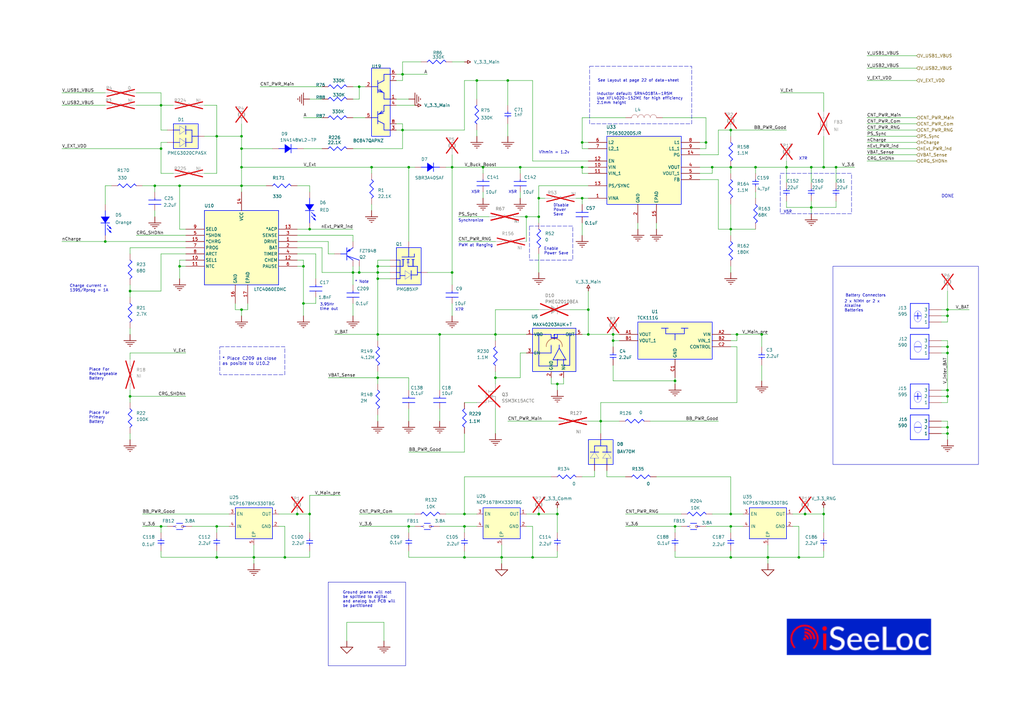
<source format=kicad_sch>
(kicad_sch (version 20231120) (generator "eeschema") (generator_version "8.0")
  (paper "A3")
  (junction (at 99.06 76.2))
  (junction (at 238.76 81.28))
  (junction (at 220.98 81.28))
  (junction (at 228.6 157.48))
  (junction (at 218.44 228.6))
  (junction (at 152.4 68.58))
  (junction (at 314.96 228.6))
  (junction (at 198.12 68.58))
  (junction (at 190.5 215.9))
  (junction (at 88.9 55.88))
  (junction (at 53.34 162.56))
  (junction (at 147.32 111.76))
  (junction (at 388.62 129.54))
  (junction (at 388.62 177.8))
  (junction (at 309.88 68.58))
  (junction (at 66.04 215.9))
  (junction (at 388.62 142.24))
  (junction (at 185.42 111.76))
  (junction (at 99.06 55.88))
  (junction (at 299.72 53.34))
  (junction (at 190.5 228.6))
  (junction (at 299.72 93.98))
  (junction (at 154.94 154.94))
  (junction (at 154.94 114.3))
  (junction (at 299.72 215.9))
  (junction (at 167.64 215.9))
  (junction (at 251.46 139.7))
  (junction (at 167.64 68.58))
  (junction (at 104.14 228.6))
  (junction (at 124.46 109.22))
  (junction (at 388.62 144.78))
  (junction (at 276.86 156.21))
  (junction (at 337.82 68.58))
  (junction (at 251.46 137.16))
  (junction (at 195.58 33.02))
  (junction (at 327.66 228.6))
  (junction (at 154.94 137.16))
  (junction (at 63.5 76.2))
  (junction (at 220.98 88.9))
  (junction (at 299.72 68.58))
  (junction (at 165.1 53.34))
  (junction (at 203.2 137.16))
  (junction (at 53.34 119.38))
  (junction (at 241.3 137.16))
  (junction (at 332.74 85.09))
  (junction (at 73.66 109.22))
  (junction (at 246.38 172.72))
  (junction (at 205.74 228.6))
  (junction (at 215.9 88.9))
  (junction (at 144.78 111.76))
  (junction (at 337.82 210.82))
  (junction (at 342.9 68.58))
  (junction (at 147.32 35.56))
  (junction (at 213.36 68.58))
  (junction (at 127 93.98))
  (junction (at 165.1 30.48))
  (junction (at 289.56 58.42))
  (junction (at 322.58 68.58))
  (junction (at 116.84 228.6))
  (junction (at 312.42 137.16))
  (junction (at 220.98 210.82))
  (junction (at 99.06 127))
  (junction (at 66.04 43.18))
  (junction (at 276.86 215.9))
  (junction (at 73.66 76.2))
  (junction (at 388.62 127))
  (junction (at 121.92 210.82))
  (junction (at 241.3 127))
  (junction (at 238.76 58.42))
  (junction (at 127 210.82))
  (junction (at 330.2 210.82))
  (junction (at 154.94 111.76))
  (junction (at 208.28 33.02))
  (junction (at 88.9 215.9))
  (junction (at 299.72 228.6))
  (junction (at 302.26 137.16))
  (junction (at 88.9 228.6))
  (junction (at 180.34 137.16))
  (junction (at 99.06 60.96))
  (junction (at 124.46 124.46))
  (junction (at 238.76 68.58))
  (junction (at 228.6 210.82))
  (junction (at 292.1 68.58))
  (junction (at 203.2 154.94))
  (junction (at 388.62 162.56))
  (junction (at 190.5 210.82))
  (junction (at 332.74 68.58))
  (junction (at 99.06 68.58))
  (junction (at 185.42 68.58))
  (junction (at 66.04 60.96))
  (junction (at 388.62 175.26))
  (junction (at 154.94 109.22))
  (junction (at 43.18 99.06))
  (junction (at 299.72 210.82))
  (junction (at 388.62 160.02))
  (wire (pts (xy 213.36 144.78) (xy 213.36 154.94)))
  (wire (pts (xy 314.96 231.14) (xy 314.96 228.6)))
  (wire (pts (xy 190.5 210.82) (xy 190.5 195.58)))
  (wire (pts (xy 162.56 43.18) (xy 170.18 43.18)))
  (wire (pts (xy 236.22 81.28) (xy 238.76 81.28)))
  (wire (pts (xy 124.46 109.22) (xy 124.46 106.68)))
  (wire (pts (xy 154.94 109.22) (xy 154.94 106.68)))
  (wire (pts (xy 205.74 228.6) (xy 218.44 228.6)))
  (wire (pts (xy 218.44 33.02) (xy 218.44 66.04)))
  (wire (pts (xy 299.72 195.58) (xy 269.24 195.58)))
  (wire (pts (xy 53.34 180.34) (xy 53.34 177.8)))
  (wire (pts (xy 299.72 218.44) (xy 299.72 215.9)))
  (wire (pts (xy 66.04 60.96) (xy 66.04 58.42)))
  (wire (pts (xy 116.84 215.9) (xy 114.3 215.9)))
  (wire (pts (xy 241.3 172.72) (xy 246.38 172.72)))
  (wire (pts (xy 152.4 71.12) (xy 152.4 68.58)))
  (wire (pts (xy 299.72 142.24) (xy 302.26 142.24)))
  (wire (pts (xy 167.64 172.72) (xy 167.64 167.64)))
  (wire (pts (xy 99.06 68.58) (xy 99.06 76.2)))
  (wire (pts (xy 241.3 71.12) (xy 238.76 71.12)))
  (wire (pts (xy 205.74 231.14) (xy 205.74 228.6)))
  (wire (pts (xy 289.56 60.96) (xy 289.56 58.42)))
  (wire (pts (xy 127 203.2) (xy 139.7 203.2)))
  (wire (pts (xy 53.34 101.6) (xy 53.34 104.14)))
  (wire (pts (xy 375.92 58.42) (xy 355.6 58.42)))
  (wire (pts (xy 203.2 177.8) (xy 203.2 167.64)))
  (wire (pts (xy 53.34 144.78) (xy 76.2 144.78)))
  (wire (pts (xy 66.04 218.44) (xy 66.04 215.9)))
  (wire (pts (xy 299.72 93.98) (xy 309.88 93.98)))
  (wire (pts (xy 127 218.44) (xy 127 210.82)))
  (wire (pts (xy 53.34 137.16) (xy 53.34 134.62)))
  (wire (pts (xy 322.58 66.04) (xy 322.58 68.58)))
  (wire (pts (xy 170.18 68.58) (xy 167.64 68.58)))
  (wire (pts (xy 167.64 228.6) (xy 190.5 228.6)))
  (wire (pts (xy 248.92 195.58) (xy 248.92 193.04)))
  (wire (pts (xy 218.44 228.6) (xy 228.6 228.6)))
  (wire (pts (xy 342.9 82.55) (xy 342.9 85.09)))
  (wire (pts (xy 167.64 68.58) (xy 167.64 99.06)))
  (wire (pts (xy 254 172.72) (xy 246.38 172.72)))
  (wire (pts (xy 66.04 38.1) (xy 66.04 43.18)))
  (wire (pts (xy 99.06 60.96) (xy 99.06 68.58)))
  (wire (pts (xy 215.9 210.82) (xy 220.98 210.82)))
  (wire (pts (xy 327.66 228.6) (xy 327.66 215.9)))
  (wire (pts (xy 220.98 81.28) (xy 220.98 76.2)))
  (wire (pts (xy 388.62 144.78) (xy 388.62 142.24)))
  (wire (pts (xy 53.34 162.56) (xy 53.34 160.02)))
  (wire (pts (xy 55.88 38.1) (xy 66.04 38.1)))
  (wire (pts (xy 228.6 157.48) (xy 228.6 160.02)))
  (wire (pts (xy 180.34 172.72) (xy 180.34 167.64)))
  (wire (pts (xy 88.9 55.88) (xy 99.06 55.88)))
  (wire (pts (xy 147.32 35.56) (xy 147.32 40.64)))
  (wire (pts (xy 332.74 82.55) (xy 332.74 85.09)))
  (wire (pts (xy 289.56 48.26) (xy 271.78 48.26)))
  (wire (pts (xy 144.78 60.96) (xy 165.1 60.96)))
  (wire (pts (xy 99.06 55.88) (xy 99.06 60.96)))
  (wire (pts (xy 208.28 33.02) (xy 218.44 33.02)))
  (wire (pts (xy 154.94 154.94) (xy 154.94 152.4)))
  (wire (pts (xy 289.56 215.9) (xy 299.72 215.9)))
  (wire (pts (xy 73.66 76.2) (xy 99.06 76.2)))
  (wire (pts (xy 238.76 137.16) (xy 241.3 137.16)))
  (wire (pts (xy 185.42 25.4) (xy 190.5 25.4)))
  (wire (pts (xy 127 210.82) (xy 127 203.2)))
  (wire (pts (xy 114.3 210.82) (xy 121.92 210.82)))
  (wire (pts (xy 66.04 215.9) (xy 68.58 215.9)))
  (wire (pts (xy 312.42 142.24) (xy 312.42 137.16)))
  (wire (pts (xy 375.92 48.26) (xy 355.6 48.26)))
  (wire (pts (xy 269.24 93.98) (xy 269.24 91.44)))
  (wire (pts (xy 246.38 172.72) (xy 246.38 177.8)))
  (wire (pts (xy 45.72 76.2) (xy 43.18 76.2)))
  (wire (pts (xy 160.02 114.3) (xy 154.94 114.3)))
  (wire (pts (xy 289.56 58.42) (xy 289.56 48.26)))
  (wire (pts (xy 99.06 78.74) (xy 99.06 76.2)))
  (wire (pts (xy 162.56 30.48) (xy 165.1 30.48)))
  (wire (pts (xy 185.42 111.76) (xy 175.26 111.76)))
  (wire (pts (xy 88.9 228.6) (xy 88.9 226.06)))
  (wire (pts (xy 83.82 71.12) (xy 88.9 71.12)))
  (wire (pts (xy 195.58 165.1) (xy 190.5 165.1)))
  (wire (pts (xy 190.5 228.6) (xy 205.74 228.6)))
  (wire (pts (xy 299.72 83.82) (xy 299.72 93.98)))
  (wire (pts (xy 142.24 262.89) (xy 142.24 255.27)))
  (wire (pts (xy 299.72 139.7) (xy 302.26 139.7)))
  (wire (pts (xy 375.92 66.04) (xy 355.6 66.04)))
  (wire (pts (xy 299.72 210.82) (xy 299.72 195.58)))
  (wire (pts (xy 144.78 109.22) (xy 144.78 111.76)))
  (wire (pts (xy 375.92 50.8) (xy 355.6 50.8)))
  (wire (pts (xy 198.12 71.12) (xy 198.12 68.58)))
  (wire (pts (xy 388.62 142.24) (xy 388.62 139.7)))
  (wire (pts (xy 43.18 38.1) (xy 25.4 38.1)))
  (wire (pts (xy 203.2 154.94) (xy 203.2 152.4)))
  (wire (pts (xy 106.68 35.56) (xy 132.08 35.56)))
  (wire (pts (xy 167.64 154.94) (xy 167.64 160.02)))
  (wire (pts (xy 309.88 81.28) (xy 309.88 78.74)))
  (wire (pts (xy 228.6 218.44) (xy 228.6 210.82)))
  (wire (pts (xy 213.36 88.9) (xy 215.9 88.9)))
  (wire (pts (xy 388.62 127) (xy 397.51 127)))
  (wire (pts (xy 121.92 101.6) (xy 132.08 101.6)))
  (wire (pts (xy 205.74 228.6) (xy 205.74 223.52)))
  (wire (pts (xy 342.9 68.58) (xy 342.9 74.93)))
  (wire (pts (xy 66.04 43.18) (xy 71.12 43.18)))
  (wire (pts (xy 93.98 210.82) (xy 58.42 210.82)))
  (wire (pts (xy 299.72 210.82) (xy 304.8 210.82)))
  (wire (pts (xy 233.68 127) (xy 241.3 127)))
  (wire (pts (xy 332.74 85.09) (xy 342.9 85.09)))
  (wire (pts (xy 276.86 226.06) (xy 276.86 228.6)))
  (wire (pts (xy 218.44 66.04) (xy 241.3 66.04)))
  (wire (pts (xy 302.26 139.7) (xy 302.26 137.16)))
  (wire (pts (xy 388.62 175.26) (xy 388.62 172.72)))
  (wire (pts (xy 165.1 30.48) (xy 175.26 30.48)))
  (wire (pts (xy 185.42 116.84) (xy 185.42 111.76)))
  (wire (pts (xy 241.3 58.42) (xy 238.76 58.42)))
  (wire (pts (xy 243.84 195.58) (xy 243.84 193.04)))
  (wire (pts (xy 337.82 218.44) (xy 337.82 210.82)))
  (wire (pts (xy 124.46 124.46) (xy 124.46 109.22)))
  (wire (pts (xy 165.1 53.34) (xy 190.5 53.34)))
  (wire (pts (xy 287.02 60.96) (xy 289.56 60.96)))
  (wire (pts (xy 121.92 104.14) (xy 129.54 104.14)))
  (wire (pts (xy 154.94 106.68) (xy 160.02 106.68)))
  (wire (pts (xy 309.88 71.12) (xy 309.88 68.58)))
  (wire (pts (xy 73.66 109.22) (xy 73.66 114.3)))
  (wire (pts (xy 388.62 132.08) (xy 388.62 129.54)))
  (wire (pts (xy 182.88 210.82) (xy 190.5 210.82)))
  (wire (pts (xy 226.06 157.48) (xy 226.06 154.94)))
  (wire (pts (xy 73.66 93.98) (xy 73.66 76.2)))
  (wire (pts (xy 154.94 172.72) (xy 154.94 170.18)))
  (wire (pts (xy 299.72 53.34) (xy 322.58 53.34)))
  (wire (pts (xy 88.9 215.9) (xy 93.98 215.9)))
  (wire (pts (xy 198.12 68.58) (xy 213.36 68.58)))
  (wire (pts (xy 55.88 43.18) (xy 66.04 43.18)))
  (wire (pts (xy 375.92 55.88) (xy 355.6 55.88)))
  (wire (pts (xy 83.82 43.18) (xy 88.9 43.18)))
  (wire (pts (xy 238.76 68.58) (xy 241.3 68.58)))
  (wire (pts (xy 127 78.74) (xy 127 76.2)))
  (wire (pts (xy 294.64 63.5) (xy 287.02 63.5)))
  (wire (pts (xy 154.94 157.48) (xy 154.94 154.94)))
  (wire (pts (xy 162.56 50.8) (xy 165.1 50.8)))
  (wire (pts (xy 332.74 68.58) (xy 332.74 74.93)))
  (wire (pts (xy 167.64 215.9) (xy 170.18 215.9)))
  (wire (pts (xy 157.48 255.27) (xy 157.48 262.89)))
  (wire (pts (xy 190.5 218.44) (xy 190.5 215.9)))
  (wire (pts (xy 25.4 60.96) (xy 66.04 60.96)))
  (wire (pts (xy 276.86 218.44) (xy 276.86 215.9)))
  (wire (pts (xy 63.5 88.9) (xy 63.5 86.36)))
  (wire (pts (xy 43.18 43.18) (xy 25.4 43.18)))
  (wire (pts (xy 213.36 71.12) (xy 213.36 68.58)))
  (wire (pts (xy 292.1 71.12) (xy 287.02 71.12)))
  (wire (pts (xy 134.62 99.06) (xy 134.62 104.14)))
  (wire (pts (xy 276.86 215.9) (xy 279.4 215.9)))
  (wire (pts (xy 314.96 228.6) (xy 314.96 223.52)))
  (wire (pts (xy 266.7 172.72) (xy 294.64 172.72)))
  (wire (pts (xy 99.06 68.58) (xy 152.4 68.58)))
  (wire (pts (xy 299.72 96.52) (xy 299.72 93.98)))
  (wire (pts (xy 388.62 172.72) (xy 386.08 172.72)))
  (wire (pts (xy 66.04 53.34) (xy 68.58 53.34)))
  (wire (pts (xy 99.06 50.8) (xy 99.06 55.88)))
  (wire (pts (xy 76.2 101.6) (xy 53.34 101.6)))
  (wire (pts (xy 246.38 165.1) (xy 246.38 172.72)))
  (wire (pts (xy 132.08 40.64) (xy 127 40.64)))
  (wire (pts (xy 190.5 210.82) (xy 195.58 210.82)))
  (wire (pts (xy 228.6 157.48) (xy 226.06 157.48)))
  (wire (pts (xy 241.3 137.16) (xy 251.46 137.16)))
  (wire (pts (xy 238.76 58.42) (xy 238.76 48.26)))
  (wire (pts (xy 147.32 40.64) (xy 144.78 40.64)))
  (wire (pts (xy 76.2 109.22) (xy 73.66 109.22)))
  (wire (pts (xy 116.84 228.6) (xy 127 228.6)))
  (wire (pts (xy 116.84 228.6) (xy 116.84 215.9)))
  (wire (pts (xy 129.54 124.46) (xy 129.54 121.92)))
  (wire (pts (xy 388.62 144.78) (xy 386.08 144.78)))
  (wire (pts (xy 144.78 129.54) (xy 144.78 124.46)))
  (wire (pts (xy 88.9 71.12) (xy 88.9 55.88)))
  (wire (pts (xy 238.76 71.12) (xy 238.76 68.58)))
  (wire (pts (xy 180.34 160.02) (xy 180.34 137.16)))
  (wire (pts (xy 63.5 76.2) (xy 73.66 76.2)))
  (wire (pts (xy 218.44 215.9) (xy 215.9 215.9)))
  (wire (pts (xy 127 228.6) (xy 127 226.06)))
  (wire (pts (xy 220.98 210.82) (xy 228.6 210.82)))
  (wire (pts (xy 121.92 210.82) (xy 127 210.82)))
  (wire (pts (xy 251.46 139.7) (xy 251.46 137.16)))
  (wire (pts (xy 147.32 111.76) (xy 154.94 111.76)))
  (wire (pts (xy 312.42 149.86) (xy 312.42 156.21)))
  (wire (pts (xy 190.5 33.02) (xy 195.58 33.02)))
  (wire (pts (xy 375.92 33.02) (xy 355.6 33.02)))
  (wire (pts (xy 99.06 76.2) (xy 109.22 76.2)))
  (wire (pts (xy 388.62 162.56) (xy 386.08 162.56)))
  (wire (pts (xy 337.82 228.6) (xy 337.82 226.06)))
  (wire (pts (xy 63.5 78.74) (xy 63.5 76.2)))
  (wire (pts (xy 238.76 81.28) (xy 238.76 83.82)))
  (wire (pts (xy 299.72 53.34) (xy 294.64 53.34)))
  (wire (pts (xy 231.14 157.48) (xy 228.6 157.48)))
  (wire (pts (xy 88.9 43.18) (xy 88.9 55.88)))
  (wire (pts (xy 170.18 210.82) (xy 147.32 210.82)))
  (wire (pts (xy 53.34 121.92) (xy 53.34 119.38)))
  (wire (pts (xy 342.9 68.58) (xy 350.52 68.58)))
  (wire (pts (xy 167.64 40.64) (xy 162.56 40.64)))
  (wire (pts (xy 53.34 119.38) (xy 66.04 119.38)))
  (wire (pts (xy 162.56 53.34) (xy 165.1 53.34)))
  (wire (pts (xy 147.32 215.9) (xy 167.64 215.9)))
  (wire (pts (xy 121.92 96.52) (xy 144.78 96.52)))
  (wire (pts (xy 165.1 50.8) (xy 165.1 53.34)))
  (wire (pts (xy 66.04 119.38) (xy 66.04 104.14)))
  (wire (pts (xy 220.98 81.28) (xy 223.52 81.28)))
  (wire (pts (xy 160.02 109.22) (xy 154.94 109.22)))
  (wire (pts (xy 55.88 96.52) (xy 76.2 96.52)))
  (wire (pts (xy 386.08 127) (xy 388.62 127)))
  (wire (pts (xy 124.46 60.96) (xy 132.08 60.96)))
  (wire (pts (xy 124.46 109.22) (xy 121.92 109.22)))
  (wire (pts (xy 134.62 104.14) (xy 137.16 104.14)))
  (wire (pts (xy 190.5 177.8) (xy 190.5 185.42)))
  (wire (pts (xy 195.58 55.88) (xy 195.58 53.34)))
  (wire (pts (xy 195.58 40.64) (xy 195.58 33.02)))
  (wire (pts (xy 388.62 180.34) (xy 388.62 177.8)))
  (wire (pts (xy 78.74 215.9) (xy 88.9 215.9)))
  (wire (pts (xy 388.62 139.7) (xy 386.08 139.7)))
  (wire (pts (xy 121.92 99.06) (xy 134.62 99.06)))
  (wire (pts (xy 203.2 137.16) (xy 203.2 127)))
  (wire (pts (xy 134.62 154.94) (xy 154.94 154.94)))
  (wire (pts (xy 104.14 228.6) (xy 104.14 223.52)))
  (wire (pts (xy 162.56 33.02) (xy 165.1 33.02)))
  (wire (pts (xy 152.4 83.82) (xy 152.4 86.36)))
  (wire (pts (xy 180.34 137.16) (xy 203.2 137.16)))
  (wire (pts (xy 292.1 68.58) (xy 292.1 71.12)))
  (wire (pts (xy 238.76 48.26) (xy 256.54 48.26)))
  (wire (pts (xy 325.12 210.82) (xy 330.2 210.82)))
  (wire (pts (xy 287.02 73.66) (xy 294.64 73.66)))
  (wire (pts (xy 185.42 68.58) (xy 198.12 68.58)))
  (wire (pts (xy 337.82 38.1) (xy 320.04 38.1)))
  (wire (pts (xy 332.74 68.58) (xy 337.82 68.58)))
  (wire (pts (xy 104.14 228.6) (xy 116.84 228.6)))
  (wire (pts (xy 276.86 228.6) (xy 299.72 228.6)))
  (wire (pts (xy 330.2 210.82) (xy 337.82 210.82)))
  (wire (pts (xy 53.34 147.32) (xy 53.34 144.78)))
  (wire (pts (xy 375.92 53.34) (xy 355.6 53.34)))
  (wire (pts (xy 388.62 165.1) (xy 388.62 162.56)))
  (wire (pts (xy 388.62 129.54) (xy 388.62 127)))
  (wire (pts (xy 66.04 58.42) (xy 68.58 58.42)))
  (wire (pts (xy 299.72 215.9) (xy 304.8 215.9)))
  (wire (pts (xy 132.08 101.6) (xy 132.08 111.76)))
  (wire (pts (xy 142.24 255.27) (xy 157.48 255.27)))
  (wire (pts (xy 76.2 106.68) (xy 73.66 106.68)))
  (wire (pts (xy 337.82 45.72) (xy 337.82 38.1)))
  (wire (pts (xy 101.6 124.46) (xy 101.6 127)))
  (wire (pts (xy 73.66 106.68) (xy 73.66 109.22)))
  (wire (pts (xy 208.28 50.8) (xy 208.28 55.88)))
  (wire (pts (xy 137.16 137.16) (xy 154.94 137.16)))
  (wire (pts (xy 388.62 160.02) (xy 386.08 160.02)))
  (wire (pts (xy 386.08 129.54) (xy 388.62 129.54)))
  (wire (pts (xy 375.92 22.86) (xy 355.6 22.86)))
  (wire (pts (xy 83.82 55.88) (xy 88.9 55.88)))
  (wire (pts (xy 152.4 68.58) (xy 167.64 68.58)))
  (wire (pts (xy 388.62 142.24) (xy 386.08 142.24)))
  (wire (pts (xy 66.04 71.12) (xy 66.04 60.96)))
  (wire (pts (xy 53.34 165.1) (xy 53.34 162.56)))
  (wire (pts (xy 129.54 104.14) (xy 129.54 114.3)))
  (wire (pts (xy 322.58 85.09) (xy 322.58 82.55)))
  (wire (pts (xy 213.36 154.94) (xy 203.2 154.94)))
  (wire (pts (xy 241.3 137.16) (xy 241.3 127)))
  (wire (pts (xy 292.1 210.82) (xy 299.72 210.82)))
  (wire (pts (xy 154.94 114.3) (xy 154.94 111.76)))
  (wire (pts (xy 154.94 139.7) (xy 154.94 137.16)))
  (wire (pts (xy 203.2 127) (xy 220.98 127)))
  (wire (pts (xy 99.06 60.96) (xy 111.76 60.96)))
  (wire (pts (xy 165.1 60.96) (xy 165.1 53.34)))
  (wire (pts (xy 312.42 137.16) (xy 302.26 137.16)))
  (wire (pts (xy 203.2 99.06) (xy 187.96 99.06)))
  (wire (pts (xy 190.5 228.6) (xy 190.5 226.06)))
  (wire (pts (xy 215.9 88.9) (xy 220.98 88.9)))
  (wire (pts (xy 66.04 43.18) (xy 66.04 53.34)))
  (wire (pts (xy 144.78 116.84) (xy 144.78 111.76)))
  (wire (pts (xy 165.1 33.02) (xy 165.1 30.48)))
  (wire (pts (xy 375.92 60.96) (xy 355.6 60.96)))
  (wire (pts (xy 251.46 156.21) (xy 276.86 156.21)))
  (wire (pts (xy 294.64 73.66) (xy 294.64 93.98)))
  (wire (pts (xy 218.44 228.6) (xy 218.44 215.9)))
  (wire (pts (xy 132.08 111.76) (xy 144.78 111.76)))
  (wire (pts (xy 154.94 137.16) (xy 154.94 114.3)))
  (wire (pts (xy 144.78 111.76) (xy 147.32 111.76)))
  (wire (pts (xy 104.14 231.14) (xy 104.14 228.6)))
  (wire (pts (xy 322.58 68.58) (xy 332.74 68.58)))
  (wire (pts (xy 322.58 85.09) (xy 332.74 85.09)))
  (wire (pts (xy 220.98 76.2) (xy 241.3 76.2)))
  (wire (pts (xy 302.26 165.1) (xy 246.38 165.1)))
  (wire (pts (xy 386.08 132.08) (xy 388.62 132.08)))
  (wire (pts (xy 386.08 165.1) (xy 388.62 165.1)))
  (wire (pts (xy 127 93.98) (xy 144.78 93.98)))
  (wire (pts (xy 332.74 85.09) (xy 332.74 87.63)))
  (wire (pts (xy 299.72 137.16) (xy 302.26 137.16)))
  (wire (pts (xy 322.58 68.58) (xy 322.58 74.93)))
  (wire (pts (xy 388.62 175.26) (xy 386.08 175.26)))
  (wire (pts (xy 127 76.2) (xy 121.92 76.2)))
  (wire (pts (xy 238.76 195.58) (xy 243.84 195.58)))
  (wire (pts (xy 309.88 68.58) (xy 322.58 68.58)))
  (wire (pts (xy 66.04 228.6) (xy 88.9 228.6)))
  (wire (pts (xy 144.78 35.56) (xy 147.32 35.56)))
  (wire (pts (xy 198.12 81.28) (xy 198.12 78.74)))
  (wire (pts (xy 314.96 228.6) (xy 327.66 228.6)))
  (wire (pts (xy 203.2 137.16) (xy 215.9 137.16)))
  (wire (pts (xy 25.4 99.06) (xy 43.18 99.06)))
  (wire (pts (xy 299.72 228.6) (xy 299.72 226.06)))
  (wire (pts (xy 388.62 144.78) (xy 388.62 160.02)))
  (wire (pts (xy 53.34 119.38) (xy 53.34 116.84)))
  (wire (pts (xy 182.88 68.58) (xy 185.42 68.58)))
  (wire (pts (xy 251.46 149.86) (xy 251.46 156.21)))
  (wire (pts (xy 190.5 215.9) (xy 195.58 215.9)))
  (wire (pts (xy 220.98 88.9) (xy 220.98 81.28)))
  (wire (pts (xy 165.1 25.4) (xy 172.72 25.4)))
  (wire (pts (xy 66.04 226.06) (xy 66.04 228.6)))
  (wire (pts (xy 261.62 93.98) (xy 261.62 91.44)))
  (wire (pts (xy 375.92 27.94) (xy 355.6 27.94)))
  (wire (pts (xy 180.34 215.9) (xy 190.5 215.9)))
  (wire (pts (xy 294.64 93.98) (xy 299.72 93.98)))
  (wire (pts (xy 241.3 127) (xy 241.3 119.38)))
  (wire (pts (xy 287.02 68.58) (xy 292.1 68.58)))
  (wire (pts (xy 124.46 129.54) (xy 124.46 124.46)))
  (wire (pts (xy 203.2 139.7) (xy 203.2 137.16)))
  (wire (pts (xy 238.76 60.96) (xy 238.76 58.42)))
  (wire (pts (xy 208.28 43.18) (xy 208.28 33.02)))
  (wire (pts (xy 228.6 210.82) (xy 228.6 208.28)))
  (wire (pts (xy 231.14 154.94) (xy 231.14 157.48)))
  (wire (pts (xy 132.08 48.26) (xy 124.46 48.26)))
  (wire (pts (xy 299.72 109.22) (xy 299.72 111.76)))
  (wire (pts (xy 299.72 68.58) (xy 299.72 71.12)))
  (wire (pts (xy 147.32 35.56) (xy 149.86 35.56)))
  (wire (pts (xy 185.42 129.54) (xy 185.42 124.46)))
  (wire (pts (xy 228.6 228.6) (xy 228.6 226.06)))
  (wire (pts (xy 251.46 137.16) (xy 254 137.16)))
  (wire (pts (xy 144.78 96.52) (xy 144.78 99.06)))
  (wire (pts (xy 43.18 99.06) (xy 76.2 99.06)))
  (wire (pts (xy 388.62 127) (xy 388.62 119.38)))
  (wire (pts (xy 299.72 68.58) (xy 309.88 68.58)))
  (wire (pts (xy 215.9 144.78) (xy 213.36 144.78)))
  (wire (pts (xy 251.46 142.24) (xy 251.46 139.7)))
  (wire (pts (xy 388.62 177.8) (xy 388.62 175.26)))
  (wire (pts (xy 327.66 215.9) (xy 325.12 215.9)))
  (wire (pts (xy 167.64 218.44) (xy 167.64 215.9)))
  (wire (pts (xy 238.76 96.52) (xy 238.76 91.44)))
  (wire (pts (xy 299.72 228.6) (xy 314.96 228.6)))
  (wire (pts (xy 375.92 63.5) (xy 355.6 63.5)))
  (wire (pts (xy 200.66 88.9) (xy 187.96 88.9)))
  (wire (pts (xy 289.56 58.42) (xy 287.02 58.42)))
  (wire (pts (xy 299.72 55.88) (xy 299.72 53.34)))
  (wire (pts (xy 388.62 177.8) (xy 386.08 177.8)))
  (wire (pts (xy 154.94 137.16) (xy 180.34 137.16)))
  (wire (pts (xy 203.2 157.48) (xy 203.2 154.94)))
  (wire (pts (xy 190.5 53.34) (xy 190.5 33.02)))
  (wire (pts (xy 66.04 104.14) (xy 76.2 104.14)))
  (wire (pts (xy 101.6 127) (xy 99.06 127)))
  (wire (pts (xy 292.1 68.58) (xy 299.72 68.58)))
  (wire (pts (xy 256.54 195.58) (xy 248.92 195.58)))
  (wire (pts (xy 254 139.7) (xy 251.46 139.7)))
  (wire (pts (xy 71.12 71.12) (xy 66.04 71.12)))
  (wire (pts (xy 302.26 142.24) (xy 302.26 165.1)))
  (wire (pts (xy 53.34 162.56) (xy 76.2 162.56)))
  (wire (pts (xy 228.6 172.72) (xy 208.28 172.72)))
  (wire (pts (xy 314.96 137.16) (xy 312.42 137.16)))
  (wire (pts (xy 337.82 68.58) (xy 337.82 55.88)))
  (wire (pts (xy 238.76 81.28) (xy 241.3 81.28)))
  (wire (pts (xy 337.82 210.82) (xy 337.82 208.28)))
  (wire (pts (xy 124.46 106.68) (xy 121.92 106.68)))
  (wire (pts (xy 213.36 68.58) (xy 238.76 68.58)))
  (wire (pts (xy 337.82 68.58) (xy 342.9 68.58)))
  (wire (pts (xy 276.86 156.21) (xy 276.86 154.94)))
  (wire (pts (xy 165.1 30.48) (xy 165.1 25.4)))
  (wire (pts (xy 99.06 129.54) (xy 99.06 127)))
  (wire (pts (xy 220.98 91.44) (xy 220.98 88.9)))
  (wire (pts (xy 154.94 154.94) (xy 167.64 154.94)))
  (wire (pts (xy 215.9 99.06) (xy 215.9 88.9)))
  (wire (pts (xy 185.42 111.76) (xy 185.42 68.58)))
  (wire (pts (xy 213.36 81.28) (xy 213.36 78.74)))
  (wire (pts (xy 220.98 111.76) (xy 220.98 104.14)))
  (wire (pts (xy 256.54 215.9) (xy 276.86 215.9)))
  (wire (pts (xy 96.52 127) (xy 96.52 124.46)))
  (wire (pts (xy 160.02 111.76) (xy 154.94 111.76)))
  (wire (pts (xy 124.46 124.46) (xy 129.54 124.46)))
  (wire (pts (xy 99.06 127) (xy 96.52 127)))
  (wire (pts (xy 327.66 228.6) (xy 337.82 228.6)))
  (wire (pts (xy 190.5 185.42) (xy 167.64 185.42)))
  (wire (pts (xy 294.64 53.34) (xy 294.64 63.5)))
  (wire (pts (xy 388.62 162.56) (xy 388.62 160.02)))
  (wire (pts (xy 149.86 48.26) (xy 144.78 48.26)))
  (wire (pts (xy 185.42 63.5) (xy 185.42 68.58)))
  (wire (pts (xy 58.42 215.9) (xy 66.04 215.9)))
  (wire (pts (xy 195.58 33.02) (xy 208.28 33.02)))
  (wire (pts (xy 76.2 93.98) (xy 73.66 93.98)))
  (wire (pts (xy 43.18 76.2) (xy 43.18 83.82)))
  (wire (pts (xy 190.5 195.58) (xy 226.06 195.58)))
  (wire (pts (xy 154.94 111.76) (xy 154.94 109.22)))
  (wire (pts (xy 276.86 156.21) (xy 276.86 157.48)))
  (wire (pts (xy 121.92 93.98) (xy 127 93.98)))
  (wire (pts (xy 241.3 60.96) (xy 238.76 60.96)))
  (wire (pts (xy 88.9 228.6) (xy 104.14 228.6)))
  (wire (pts (xy 147.32 109.22) (xy 147.32 111.76)))
  (wire (pts (xy 88.9 218.44) (xy 88.9 215.9)))
  (wire (pts (xy 279.4 210.82) (xy 256.54 210.82)))
  (wire (pts (xy 167.64 226.06) (xy 167.64 228.6)))
  (wire (pts (xy 58.42 76.2) (xy 63.5 76.2)))
  (rectangle (start 134.62 238.76) (end 166.37 273.05))
  (rectangle (start 241.808 27.178) (end 283.718 50.8) (stroke (width 0) (type dash)))
  (rectangle (start 320.04 71.12) (end 349.25 87.63) (stroke (width 0) (type dash)))
  (rectangle (start 341.63 109.22) (end 401.32 190.5))
  (rectangle (start 217.17 92.71) (end 234.95 106.68) (stroke (width 0) (type dash)))
  (image (at 352.298 261.039) (scale 3.99364))
  (text_box "Enable\nPower Save" (at 222.25 100.33 0) (size 14.478 5.08) (stroke (width -0.0001) (color 0 0 0 1)) (effects (font (size 1.143 1.143)) (justify left top)))
  (text_box "Disable\nPower\nSave" (at 235.458 82.55 0) (size -9.398 6.858) (stroke (width -0.0001) (color 0 0 0 1)) (effects (font (size 1.143 1.143)) (justify left top)))
  (text_box "3.95Hr \ntime out" (at 140.97 123.19 0) (size -10.668 4.572) (stroke (width -0.0001) (color 0 0 0 1)) (effects (font (size 1.143 1.143)) (justify left top)))
  (text_box "Inductor default: SRN4018TA-1R5M \nUse XFL4020-152ME for high efficiency\n2.1mm height" (at 243.84 36.83 0) (size 37.592 6.858) (stroke (width -0.0001) (color 0 0 0 1)) (effects (font (size 1.143 1.143)) (justify left top)))
  (text_box "Ground planes will not\nbe splitted to digital\nand analog but PCB will\nbe partitioned" (at 139.7 241.3 0) (size 29.718 9.144) (stroke (width -0.0001) (color 0 0 0 1)) (effects (font (size 1.143 1.143)) (justify left top)))
  (text_box "2 x NiMH or 2 x\nAlkaline\nBatteries" (at 364.998 121.92 0) (size -19.558 6.858) (stroke (width -0.0001) (color 0 0 0 1)) (effects (font (size 1.143 1.143)) (justify left top)))
  (text_box "Charge current =\n1395/Rprog = 1A" (at 48.514 115.57 0) (size -20.828 4.572) (stroke (width -0.0001) (color 0 0 0 1)) (effects (font (size 1.143 1.143)) (justify left top)))
  (text_box "Place For\nPrimary\nBattery" (at 35.56 167.64 0) (size 11.938 6.858) (stroke (width -0.0001) (color 0 0 0 1)) (effects (font (size 1.143 1.143)) (justify left top)))
  (text_box "* Place C209 as close\nas posible to U10.2" (at 90.17 142.24 0) (size 26.67 11.43) (stroke (width 0) (type dash)) (effects (font (size 1.27 1.27)) (justify left)))
  (text_box "Place For\nRechargeable\nBattery" (at 35.56 149.86 0) (size 15.748 6.858) (stroke (width -0.0001) (color 0 0 0 1)) (effects (font (size 1.143 1.143)) (justify left top)))
  (text "X7R" (at 186.69 127.762 0) (effects (font (size 1.143 1.143)) (justify left bottom)))
  (text "Battery Connectors" (at 346.71 121.92 0) (effects (font (size 1.143 1.143)) (justify left bottom)))
  (text "X5R" (at 193.294 79.502 0) (effects (font (size 1.143 1.143)) (justify left bottom)))
  (text "X7R" (at 327.66 65.786 0) (effects (font (size 1.143 1.143)) (justify left bottom)))
  (text "See Layout at page 22 of data-sheet" (at 245.11 33.782 0) (effects (font (size 1.143 1.143)) (justify left bottom)))
  (text "* Note" (at 145.542 116.332 0) (effects (font (size 1.143 1.143)) (justify left bottom)))
  (text "Synchronize" (at 187.96 91.186 0) (effects (font (size 1.143 1.143)) (justify left bottom)))
  (text "PWM at Ranging" (at 187.96 101.346 0) (effects (font (size 1.143 1.143)) (justify left bottom)))
  (text "X5R" (at 321.31 87.63 0) (effects (font (size 1.143 1.143)) (justify left bottom)))
  (text "Vihmin = 1.2v" (at 220.98 63.246 0) (effects (font (size 1.143 1.143)) (justify left bottom)))
  (text "DONE" (at 386.08 81.28 0) (effects (font (size 1.27 1.27)) (justify left bottom)))
  (text "X5R" (at 208.534 79.502 0) (effects (font (size 1.143 1.143)) (justify left bottom)))
  (label "CRG_SHDNn" (at 55.88 96.52 0))
  (label "V_Ext" (at 76.2 144.78 180))
  (label "A" (at 124.46 48.26 0))
  (label "V_inter_BAT" (at 388.62 157.48 90))
  (label "CNT_PWR_Com" (at 355.6 50.8 0))
  (label "V_BAT" (at 397.51 127 180))
  (label "PS_Sync" (at 355.6 55.88 0))
  (label "CNT_PWR_RNG" (at 187.96 99.06 0))
  (label "V_Ext" (at 320.04 38.1 0))
  (label "V_USB2_VBUS" (at 355.6 27.94 0))
  (label "nCharge" (at 25.4 99.06 0))
  (label "V_BAT" (at 137.16 137.16 0))
  (label "A" (at 175.26 30.48 180))
  (label "V_Buck_Boost" (at 190.5 68.58 0))
  (label "V_Main_pre" (at 139.7 203.2 180))
  (label "V_USB1_VBUS" (at 25.4 38.1 0))
  (label "BB_PWR_Good" (at 58.42 210.82 0))
  (label "V_3.6" (at 350.52 68.58 180))
  (label "nExt_PWR_ind" (at 144.78 93.98 180))
  (label "BB_PWR_Good" (at 167.64 185.42 0))
  (label "VBAT_Sense" (at 355.6 63.5 0))
  (label "V_3.6" (at 58.42 215.9 0))
  (label "CRG_SHDNn" (at 355.6 66.04 0))
  (label "BB_PWR_Good" (at 322.58 53.34 180))
  (label "V_Ext" (at 124.46 68.58 0))
  (label "V_3.6" (at 256.54 215.9 0))
  (label "nCharge" (at 355.6 58.42 0))
  (label "CNT_PWR_Main" (at 106.68 35.56 0))
  (label "V_Main_pre" (at 314.96 137.16 180))
  (label "CNT_PWR_Main" (at 208.28 172.72 0))
  (label "V_EXT_VDD" (at 25.4 60.96 0))
  (label "CNT_PWR_Com" (at 147.32 210.82 0))
  (label "V_USB1_VBUS" (at 355.6 22.86 0))
  (label "CNT_PWR_Main" (at 355.6 48.26 0))
  (label "CRG_SHDNn" (at 76.2 162.56 180))
  (label "CNT_PWR_RNG" (at 355.6 53.34 0))
  (label "CNT_PWR_RNG" (at 256.54 210.82 0))
  (label "V_3.6" (at 147.32 215.9 0))
  (label "V_EXT_VDD" (at 355.6 33.02 0))
  (label "PS_Sync" (at 187.96 88.9 0))
  (label "nExt_PWR_ind" (at 355.6 60.96 0))
  (label "VBAT_Sense" (at 134.62 154.94 0))
  (label "V_USB2_VBUS" (at 25.4 43.18 0))
  (label "BB_PWR_Good" (at 294.64 172.72 180))
  (hierarchical_label "VBAT_Sense" (shape input) (at 375.92 63.5 0))
  (hierarchical_label "V_EXT_VDD" (shape input) (at 375.92 33.02 0))
  (hierarchical_label "V_USB1_VBUS" (shape input) (at 375.92 22.86 0))
  (hierarchical_label "nCharge" (shape input) (at 375.92 58.42 0))
  (hierarchical_label "CNT_PWR_Com" (shape input) (at 375.92 50.8 0))
  (hierarchical_label "CRG_SHDNn" (shape input) (at 375.92 66.04 0))
  (hierarchical_label "CNT_PWR_RNG" (shape input) (at 375.92 53.34 0))
  (hierarchical_label "PS_Sync" (shape input) (at 375.92 55.88 0))
  (hierarchical_label "V_USB2_VBUS" (shape input) (at 375.92 27.94 0))
  (hierarchical_label "CNT_PWR_Main" (shape input) (at 375.92 48.26 0))
  (hierarchical_label "nExt_PWR_ind" (shape input) (at 375.92 60.96 0))
  (symbol (lib_id "TruelocationR3_all_project_symbols:root_1_R") (at 45.72 45.72 0) (unit 1) (dnp yes)
    (property "Reference" "R3" (at 43.18 41.91 0) (effects (justify left bottom)))
    (property "Value" "NI" (at 52.324 41.91 0) (effects (justify left bottom)))
    (property "Footprint" "Library:CAP_CHIP_0402_W24L44H24_RFL" (effects (hide yes)))
    (property "MANUFACTURER P/N" "DoNotPurchase" (effects (hide yes)))
  )
  (symbol (lib_id "TruelocationR3_all_project_symbols:root_1_C") (at 248.92 147.32 0) (unit 1)
    (property "Reference" "C4" (at 254 144.78 0) (effects (justify left bottom)))
    (property "Value" "2.2uF" (at 253.746 147.32 0) (effects (justify left bottom)))
    (property "Footprint" "Library:CAP_CHIP_0402_W24L44H24_RFL" (effects (hide yes)))
    (property "Datasheet" "https://mm.digikey.com/Volume0/opasdata/d220001/medias/docus/387/LMK105BJ225MV-F_SS.pdf" (effects (hide yes)))
    (property "Description" "CAP CER 2.2UF 10V X5R 0402" (effects (hide yes)))
    (property "MANUFACTURER P/N" "LMK105BJ225MV-F" (effects (hide yes)))
    (property "MANUFACTURER" "TAIYO YUDEN" (effects (hide yes)))
  )
  (symbol (lib_id "TruelocationR3_all_project_symbols:root_1_R") (at 256.54 175.26 0) (unit 1)
    (property "Reference" "R126" (at 254 170.18 0) (effects (justify left bottom)))
    (property "Value" "0" (at 262.128 169.926 0) (effects (justify left bottom)))
    (property "Footprint" "Library:CAP_CHIP_0402_W24L44H24_RFL" (effects (hide yes)))
    (property "Datasheet" "https://www.te.com/commerce/DocumentDelivery/DDEController?Action=srchrtrv&DocNm=1773204&DocType=DS&DocLang=English" (effects (hide yes)))
    (property "Description" "RES SMD 0 OHM JUMPER 1/16W 0402" (effects (hide yes)))
    (property "MANUFACTURER P/N" "CRG0402ZR" (effects (hide yes)))
    (property "MANUFACTURER" "TE CONNECTIVITY" (effects (hide yes)))
  )
  (symbol (lib_id "TruelocationR3_all_project_symbols:GND_POWER_GROUND") (at 167.64 172.72 0) (unit 1)
    (property "Reference" "#PWR241" (effects (hide yes)))
    (property "Value" "GND" (effects (hide yes)))
  )
  (symbol (lib_id "TruelocationR3_all_project_symbols:GND_POWER_GROUND") (at 53.34 137.16 0) (unit 1)
    (property "Reference" "#PWR227" (effects (hide yes)))
    (property "Value" "GND" (effects (hide yes)))
  )
  (symbol (lib_id "TruelocationR3_all_project_symbols:GND_POWER_GROUND") (at 208.28 55.88 0) (unit 1)
    (property "Reference" "#PWR250" (effects (hide yes)))
    (property "Value" "GND" (effects (hide yes)))
  )
  (symbol (lib_id "TruelocationR3_all_project_symbols:root_1_TP_TH27") (at 320.04 63.5 0) (unit 1) (dnp yes)
    (property "Reference" "TP13" (at 320.04 60.452 0) (effects (justify left bottom)))
    (property "Value" "TEST POINT" (effects (hide yes)))
    (property "Footprint" "Library:HEADER_0_0_W80L80_0.7_M_1PIN" (effects (hide yes)))
    (property "MANUFACTURER P/N" "DoNotPurchase" (effects (hide yes)))
  )
  (symbol (lib_id "TruelocationR3_all_project_symbols:root_2_mirrored_PNP BEC_4") (at 139.7 106.68 0) (unit 1)
    (property "Reference" "Q2" (at 147.32 106.172 0) (effects (justify left bottom)))
    (property "Value" "FZT948" (at 147.32 103.632 0) (effects (justify left bottom)))
    (property "Footprint" "Library:IC_SOT-223_4PIN" (effects (hide yes)))
    (property "Datasheet" "https://www.diodes.com/assets/Datasheets/FZT948.pdf" (effects (hide yes)))
    (property "Description" "TRANS PNP 20V 6A SOT-223-3" (effects (hide yes)))
    (property "MANUFACTURER P/N" "FZT948TA" (effects (hide yes)))
    (property "MANUFACTURER" "DIODES" (effects (hide yes)))
  )
  (symbol (lib_id "TruelocationR3_all_project_symbols:root_2_CAP - 22pF/NPO_0402") (at 132.08 119.38 0) (unit 1)
    (property "Reference" "C17" (at 131.064 116.586 0) (effects (justify left bottom)))
    (property "Value" "1.8nF" (at 130.556 122.682 0) (effects (justify left bottom)))
    (property "Footprint" "Library:CAP_CHIP_0402_W24L44H24_RFL" (effects (hide yes)))
    (property "Datasheet" "https://www.yageo.com/upload/media/product/productsearch/datasheet/mlcc/UPY-GPHC_X7R_6.3V-to-250V_24.pdf" (effects (hide yes)))
    (property "Description" "CAP CER 1800PF 50V X7R 0402" (effects (hide yes)))
    (property "MANUFACTURER" "YAGEO" (effects (hide yes)))
    (property "MANUFACTURER P/N" "CC0402JRX7R9BB182" (effects (hide yes)))
  )
  (symbol (lib_id "TruelocationR3_all_project_symbols:GND_POWER_GROUND") (at 167.64 40.64 90) (unit 1)
    (property "Reference" "#PWR240" (effects (hide yes)))
    (property "Value" "GND" (effects (hide yes)))
  )
  (symbol (lib_id "TruelocationR3_all_project_symbols:root_1_BAV70M") (at 241.3 190.5 0) (unit 1)
    (property "Reference" "D8" (at 252.984 182.88 0) (effects (justify left bottom)))
    (property "Value" "BAV70M" (at 252.984 185.928 0) (effects (justify left bottom)))
    (property "Footprint" "Library:DIODE_SOT883_3PIN" (effects (hide yes)))
    (property "Datasheet" "https://assets.nexperia.com/documents/data-sheet/BAV70M.pdf" (effects (hide yes)))
    (property "Description" "DIODE ARRAY GP 100V 150MA SOT883" (effects (hide yes)))
    (property "MANUFACTURER P/N" "BAV70M,315" (effects (hide yes)))
    (property "MANUFACTURER" "NEXPERIA" (effects (hide yes)))
  )
  (symbol (lib_id "TruelocationR3_all_project_symbols:GND_POWER_GROUND") (at 195.58 55.88 0) (unit 1)
    (property "Reference" "#PWR246" (effects (hide yes)))
    (property "Value" "GND" (effects (hide yes)))
  )
  (symbol (lib_id "TruelocationR3_all_project_symbols:root_3_mirrored_FDG312P") (at 162.56 101.6 0) (unit 1)
    (property "Reference" "Q1" (at 162.306 100.838 0) (effects (justify left bottom)))
    (property "Value" "PMG85XP" (at 162.56 119.38 0) (effects (justify left bottom)))
    (property "Footprint" "Library:IC_DCK_W2.15L1.40H1.10_6PIN" (effects (hide yes)))
    (property "Datasheet" "https://assets.nexperia.com/documents/data-sheet/PMG85XP.pdf" (effects (hide yes)))
    (property "Description" "MOSFET P-CH 20V 2A 6TSSOP" (effects (hide yes)))
    (property "MANUFACTURER P/N" "PMG85XP,115" (effects (hide yes)))
    (property "MANUFACTURER" "NEXPERIA" (effects (hide yes)))
  )
  (symbol (lib_id "TruelocationR3_all_project_symbols:root_2_FBEAD") (at 287.02 218.44 0) (unit 1)
    (property "Reference" "FB15" (at 276.098 214.376 0) (effects (justify left bottom)))
    (property "Value" "3.8A" (at 287.782 215.138 0) (effects (justify left bottom)))
    (property "Footprint" "Library:CAP_CHIP_0402_W24L44H24_RFL" (effects (hide yes)))
    (property "Datasheet" "https://www.murata.com/en-us/products/productdata/8796740059166/ENFA0018.pdf" (effects (hide yes)))
    (property "Description" "FERRITE BEAD 20 OHM 0402 1LN" (effects (hide yes)))
    (property "MANUFACTURER P/N" "BLM15KD200SN1D" (effects (hide yes)))
    (property "MANUFACTURER" "MURATA ELECTRONICS" (effects (hide yes)))
  )
  (symbol (lib_id "TruelocationR3_all_project_symbols:V_3.3_RNG_ARROW") (at 337.82 208.28 180) (unit 1)
    (property "Reference" "#PWR264" (effects (hide yes)))
    (property "Value" "V_3.3_RNG" (at 337.82 204.47 0))
  )
  (symbol (lib_id "TruelocationR3_all_project_symbols:root_2_CAP - 22pF/NPO_0402") (at 241.3 88.9 0) (unit 1)
    (property "Reference" "C57" (at 240.284 86.106 0) (effects (justify left bottom)))
    (property "Value" "0.1uF" (at 239.776 92.202 0) (effects (justify left bottom)))
    (property "Footprint" "Library:CAP_CHIP_0402_W24L44H24_RFL" (effects (hide yes)))
    (property "Datasheet" "https://mm.digikey.com/Volume0/opasdata/d220001/medias/docus/2715/CL05B104KO5NFNC_Spec.pdf" (effects (hide yes)))
    (property "Description" "CAP CER 0.1UF 16V X7R 0402" (effects (hide yes)))
    (property "MANUFACTURER" "SAMSUNG" (effects (hide yes)))
    (property "MANUFACTURER P/N" "CL05B104KO5NFNC" (effects (hide yes)))
  )
  (symbol (lib_id "TruelocationR3_all_project_symbols:root_1_TP_TH27") (at 218.44 208.28 0) (unit 1) (dnp yes)
    (property "Reference" "TP7" (at 218.44 205.232 0) (effects (justify left bottom)))
    (property "Value" "TEST POINT" (effects (hide yes)))
    (property "Footprint" "Library:HEADER_0_0_W80L80_0.7_M_1PIN" (effects (hide yes)))
    (property "MANUFACTURER P/N" "DoNotPurchase" (effects (hide yes)))
  )
  (symbol (lib_id "TruelocationR3_all_project_symbols:root_1_mirrored_590_7") (at 381 147.32 0) (unit 1)
    (property "Reference" "J12" (at 368.554 139.7 0) (effects (justify left bottom)))
    (property "Value" "590" (at 368.3 142.24 0) (effects (justify left bottom)))
    (property "Footprint" "Library:CON 628 3PIN" (effects (hide yes)))
    (property "Datasheet" "https://www.keyelco.com/product-pdf.cfm?p=834" (effects (hide yes)))
    (property "Description" "BATTERY CONTACT SPRING A PC PIN" (effects (hide yes)))
    (property "MANUFACTURER P/N" "628" (effects (hide yes)))
    (property "MANUFACTURER" "KEYSTONE" (effects (hide yes)))
  )
  (symbol (lib_id "TruelocationR3_all_project_symbols:root_1_R") (at 205.74 101.6 0) (unit 1) (dnp yes)
    (property "Reference" "R156" (at 205.74 96.52 0) (effects (justify left bottom)))
    (property "Value" "NI" (at 212.09 102.362 0) (effects (justify left bottom)))
    (property "Footprint" "Library:CAP_CHIP_0402_W24L44H24_RFL" (effects (hide yes)))
    (property "MANUFACTURER P/N" "DoNotPurchase" (effects (hide yes)))
  )
  (symbol (lib_id "TruelocationR3_all_project_symbols:GND_POWER_GROUND") (at 63.5 88.9 0) (unit 1)
    (property "Reference" "#PWR229" (effects (hide yes)))
    (property "Value" "GND" (effects (hide yes)))
  )
  (symbol (lib_id "TruelocationR3_all_project_symbols:root_0_NCP167BMX330TBG_0") (at 198.12 208.28 0) (unit 1)
    (property "Reference" "U26" (at 195.326 204.216 0) (effects (justify left bottom)))
    (property "Value" "NCP167BMX330TBG" (at 195.326 206.756 0) (effects (justify left bottom)))
    (property "Footprint" "Library:IC _DFN_W1L 1H0.43_ 5PIN" (effects (hide yes)))
    (property "Datasheet" "https://www.onsemi.com/pdf/datasheet/ncp167-d.pdf" (effects (hide yes)))
    (property "Description" "IC REG LINEAR 3.3V 700MA 4-XDFN" (effects (hide yes)))
    (property "MANUFACTURER P/N" "NCP167BMX330TBG" (effects (hide yes)))
    (property "MANUFACTURER" "ONSEMI" (effects (hide yes)))
  )
  (symbol (lib_id "TruelocationR3_all_project_symbols:root_2_CAP - 22pF/NPO_0402") (at 66.04 83.82 0) (unit 1)
    (property "Reference" "C25" (at 67.31 82.042 0) (effects (justify left bottom)))
    (property "Value" "2.2uF" (at 67.056 84.836 0) (effects (justify left bottom)))
    (property "Footprint" "Library:CAP_CHIP_0402_W24L44H24_RFL" (effects (hide yes)))
    (property "Datasheet" "https://mm.digikey.com/Volume0/opasdata/d220001/medias/docus/387/LMK105BJ225MV-F_SS.pdf" (effects (hide yes)))
    (property "Description" "CAP CER 2.2UF 10V X5R 0402" (effects (hide yes)))
    (property "MANUFACTURER" "TAIYO YUDEN" (effects (hide yes)))
    (property "MANUFACTURER P/N" "LMK105BJ225MV-F" (effects (hide yes)))
  )
  (symbol (lib_id "TruelocationR3_all_project_symbols:GND_POWER_GROUND") (at 99.06 129.54 0) (unit 1)
    (property "Reference" "#PWR231" (effects (hide yes)))
    (property "Value" "GND" (effects (hide yes)))
  )
  (symbol (lib_id "TruelocationR3_all_project_symbols:root_2_CAP - 22pF/NPO_0402") (at 200.66 76.2 0) (unit 1)
    (property "Reference" "C141" (at 199.644 73.406 0) (effects (justify left bottom)))
    (property "Value" "10uF" (at 199.136 79.502 0) (effects (justify left bottom)))
    (property "Footprint" "Library:CAP_CHIP_0603_W40L70H22_RFL" (effects (hide yes)))
    (property "Datasheet" "https://search.murata.co.jp/Ceramy/image/img/A01X/G101/ENG/GRM188R61E106KA73-01A.pdf" (effects (hide yes)))
    (property "Description" "CAP CER 10UF 10V X5R 0603" (effects (hide yes)))
    (property "MANUFACTURER" "MURATA ELECTRONICS" (effects (hide yes)))
    (property "MANUFACTURER P/N" "GRM188R61E106KA73J" (effects (hide yes)))
  )
  (symbol (lib_id "TruelocationR3_all_project_symbols:root_1_mirrored_595_7") (at 381 134.62 0) (unit 1)
    (property "Reference" "J13" (at 368.3 127 0) (effects (justify left bottom)))
    (property "Value" "595" (at 368.3 129.54 0) (effects (justify left bottom)))
    (property "Footprint" "Library:CON 595 3PIN" (effects (hide yes)))
    (property "Datasheet" "https://www.keyelco.com/userAssets/file/M65p11.pdf" (effects (hide yes)))
    (property "Description" "BATTERY CONTACT SOLID A PC PIN" (effects (hide yes)))
    (property "MANUFACTURER P/N" "595" (effects (hide yes)))
    (property "MANUFACTURER" "KEYSTONE" (effects (hide yes)))
  )
  (symbol (lib_id "TruelocationR3_all_project_symbols:root_1_R") (at 45.72 40.64 0) (unit 1) (dnp yes)
    (property "Reference" "R4" (at 43.434 36.83 0) (effects (justify left bottom)))
    (property "Value" "0" (at 52.324 36.83 0) (effects (justify left bottom)))
    (property "Footprint" "Library:CAP_CHIP_0402_W24L44H24_RFL" (effects (hide yes)))
    (property "Datasheet" "https://www.te.com/commerce/DocumentDelivery/DDEController?Action=srchrtrv&DocNm=1773204&DocType=DS&DocLang=English" (effects (hide yes)))
    (property "Description" "RES SMD 0 OHM JUMPER 1/16W 0402" (effects (hide yes)))
    (property "MANUFACTURER P/N" "CRG0402ZR" (effects (hide yes)))
    (property "MANUFACTURER" "TE CONNECTIVITY" (effects (hide yes)))
  )
  (symbol (lib_id "TruelocationR3_all_project_symbols:root_0_NCP167BMX330TBG_0") (at 96.52 208.28 0) (unit 1)
    (property "Reference" "U25" (at 93.98 204.724 0) (effects (justify left bottom)))
    (property "Value" "NCP167BMX330TBG" (at 93.98 207.264 0) (effects (justify left bottom)))
    (property "Footprint" "Library:IC _DFN_W1L 1H0.43_ 5PIN" (effects (hide yes)))
    (property "Datasheet" "https://www.onsemi.com/pdf/datasheet/ncp167-d.pdf" (effects (hide yes)))
    (property "Description" "IC REG LINEAR 3.3V 700MA 4-XDFN" (effects (hide yes)))
    (property "MANUFACTURER P/N" "NCP167BMX330TBG" (effects (hide yes)))
    (property "MANUFACTURER" "ONSEMI" (effects (hide yes)))
  )
  (symbol (lib_id "TruelocationR3_all_project_symbols:root_0_DIODE") (at 172.72 66.04 0) (unit 1)
    (property "Reference" "D7" (at 172.72 66.04 0) (effects (justify left bottom)))
    (property "Value" "SBR3A40SAF" (at 170.18 73.66 0) (effects (justify left bottom)))
    (property "Footprint" "Library:DIODE_DO-214AC" (effects (hide yes)))
    (property "Datasheet" "https://www.diodes.com/assets/Datasheets/SBR3A40SAF.pdf" (effects (hide yes)))
    (property "Description" "DIODE SBR 40V 3A SMAF" (effects (hide yes)))
    (property "MANUFACTURER P/N" "SBR3A40SAF-13" (effects (hide yes)))
    (property "MANUFACTURER" "DIODES" (effects (hide yes)))
  )
  (symbol (lib_id "TruelocationR3_all_project_symbols:root_1_mirrored_590_7") (at 381 180.34 0) (unit 1)
    (property "Reference" "J16" (at 368.554 172.72 0) (effects (justify left bottom)))
    (property "Value" "590" (at 368.3 175.26 0) (effects (justify left bottom)))
    (property "Footprint" "Library:CON 628 3PIN" (effects (hide yes)))
    (property "Datasheet" "https://www.keyelco.com/product-pdf.cfm?p=834" (effects (hide yes)))
    (property "Description" "BATTERY CONTACT SPRING A PC PIN" (effects (hide yes)))
    (property "MANUFACTURER P/N" "628" (effects (hide yes)))
    (property "MANUFACTURER" "KEYSTONE" (effects (hide yes)))
  )
  (symbol (lib_id "TruelocationR3_all_project_symbols:root_1_R") (at 134.62 50.8 0) (unit 1)
    (property "Reference" "R87" (at 129.54 48.26 0) (effects (justify left bottom)))
    (property "Value" "330K" (at 136.144 46.482 0) (effects (justify left bottom)))
    (property "Footprint" "Library:CAP_CHIP_0402_W24L44H24_RFL" (effects (hide yes)))
    (property "Datasheet" "https://www.yageo.com/upload/media/product/products/datasheet/rchip/PYu-RC_Group_51_RoHS_L_12.pdf" (effects (hide yes)))
    (property "Description" "RES 330K OHM 5% 1/16W 0402" (effects (hide yes)))
    (property "MANUFACTURER P/N" "RC0402JR-07330KL" (effects (hide yes)))
    (property "MANUFACTURER" "YAGEO" (effects (hide yes)))
  )
  (symbol (lib_id "TruelocationR3_all_project_symbols:GND_POWER_GROUND") (at 213.36 81.28 0) (unit 1)
    (property "Reference" "#PWR251" (effects (hide yes)))
    (property "Value" "GND" (effects (hide yes)))
  )
  (symbol (lib_id "TruelocationR3_all_project_symbols:root_1_C") (at 309.88 147.32 0) (unit 1)
    (property "Reference" "C3" (at 314.198 144.272 0) (effects (justify left bottom)))
    (property "Value" "2.2uF" (at 314.198 146.812 0) (effects (justify left bottom)))
    (property "Footprint" "Library:CAP_CHIP_0402_W24L44H24_RFL" (effects (hide yes)))
    (property "Datasheet" "https://mm.digikey.com/Volume0/opasdata/d220001/medias/docus/387/LMK105BJ225MV-F_SS.pdf" (effects (hide yes)))
    (property "Description" "CAP CER 2.2UF 10V X5R 0402" (effects (hide yes)))
    (property "MANUFACTURER P/N" "LMK105BJ225MV-F" (effects (hide yes)))
    (property "MANUFACTURER" "TAIYO YUDEN" (effects (hide yes)))
  )
  (symbol (lib_id "TruelocationR3_all_project_symbols:root_1_mirrored_RESISTOR") (at 142.24 63.5 0) (unit 1)
    (property "Reference" "R226" (at 134.62 57.15 0) (effects (justify left bottom)))
    (property "Value" "22.1K" (at 134.366 59.182 0) (effects (justify left bottom)))
    (property "Footprint" "Library:CAP_CHIP_0402_W24L44H24_RFL" (effects (hide yes)))
    (property "Datasheet" "https://www.seielect.com/catalog/sei-rmcf_rmcp.pdf" (effects (hide yes)))
    (property "Description" "RES 22.1K OHM 1% 1/16W 0402" (effects (hide yes)))
    (property "MANUFACTURER P/N" "RMCF0402FT22K1" (effects (hide yes)))
    (property "MANUFACTURER" "STACKPOLE" (effects (hide yes)))
  )
  (symbol (lib_id "TruelocationR3_all_project_symbols:root_2_mirrored_RESISTOR") (at 149.86 81.28 0) (unit 1)
    (property "Reference" "R1" (at 154.94 78.74 0) (effects (justify left bottom)))
    (property "Value" "22.1K" (at 154.94 81.28 0) (effects (justify left bottom)))
    (property "Footprint" "Library:CAP_CHIP_0402_W24L44H24_RFL" (effects (hide yes)))
    (property "Datasheet" "https://www.seielect.com/catalog/sei-rmcf_rmcp.pdf" (effects (hide yes)))
    (property "Description" "RES 22.1K OHM 1% 1/16W 0402" (effects (hide yes)))
    (property "MANUFACTURER P/N" "RMCF0402FT22K1" (effects (hide yes)))
    (property "MANUFACTURER" "STACKPOLE" (effects (hide yes)))
  )
  (symbol (lib_id "TruelocationR3_all_project_symbols:root_0_MOSFET_EN_DGS_0") (at 198.12 160.02 0) (unit 1) (dnp yes)
    (property "Reference" "Q3" (at 205.74 162.56 0) (effects (justify left bottom)))
    (property "Value" "SSM3K15ACTC" (at 205.74 165.1 0) (effects (justify left bottom)))
    (property "Footprint" "Library:TRANS_C3T3C_0.8X0.6 3PIN" (effects (hide yes)))
    (property "Datasheet" "https://toshiba.semicon-storage.com/info/docget.jsp?did=52901&prodName=SSM3K15ACTC" (effects (hide yes)))
    (property "Description" "MOSFET N-CH 30V 100MA CST3C" (effects (hide yes)))
    (property "MANUFACTURER P/N" "SSM3K15ACTC,L3F" (effects (hide yes)))
    (property "MANUFACTURER" "TOSHIBA" (effects (hide yes)))
  )
  (symbol (lib_id "TruelocationR3_all_project_symbols:root_1_C") (at 297.18 223.52 0) (unit 1)
    (property "Reference" "C187" (at 292.1 220.98 0) (effects (justify left bottom)))
    (property "Value" "2.2uF" (at 292.1 224.028 0) (effects (justify left bottom)))
    (property "Footprint" "Library:CAP_CHIP_0402_W24L44H24_RFL" (effects (hide yes)))
    (property "Datasheet" "https://mm.digikey.com/Volume0/opasdata/d220001/medias/docus/387/LMK105BJ225MV-F_SS.pdf" (effects (hide yes)))
    (property "Description" "CAP CER 2.2UF 10V X5R 0402" (effects (hide yes)))
    (property "MANUFACTURER P/N" "LMK105BJ225MV-F" (effects (hide yes)))
    (property "MANUFACTURER" "TAIYO YUDEN" (effects (hide yes)))
  )
  (symbol (lib_id "TruelocationR3_all_project_symbols:root_0_L") (at 259.08 45.72 0) (unit 1)
    (property "Reference" "L4" (at 260.35 45.72 0) (effects (justify left bottom)))
    (property "Value" "1.5uH" (effects (hide yes)))
    (property "Footprint" "Library:COIL_MOLD_W4.2L4.2H1.88_2PIN" (effects (hide yes)))
    (property "Datasheet" "https://www.bourns.com/docs/Product-Datasheets/SRN4018TA.pdf" (effects (hide yes)))
    (property "Description" "FIXED IND 1.5UH 2.7A 32 MOHM SMD" (effects (hide yes)))
    (property "MANUFACTURER P/N" "SRN4018TA-1R5M" (effects (hide yes)))
    (property "MANUFACTURER" "BOURNS" (effects (hide yes)))
  )
  (symbol (lib_id "TruelocationR3_all_project_symbols:root_1_C") (at 124.46 223.52 0) (unit 1)
    (property "Reference" "C100" (at 119.38 220.98 0) (effects (justify left bottom)))
    (property "Value" "2.2uF" (at 119.634 223.52 0) (effects (justify left bottom)))
    (property "Footprint" "Library:CAP_CHIP_0402_W24L44H24_RFL" (effects (hide yes)))
    (property "Datasheet" "https://mm.digikey.com/Volume0/opasdata/d220001/medias/docus/387/LMK105BJ225MV-F_SS.pdf" (effects (hide yes)))
    (property "Description" "CAP CER 2.2UF 10V X5R 0402" (effects (hide yes)))
    (property "MANUFACTURER P/N" "LMK105BJ225MV-F" (effects (hide yes)))
    (property "MANUFACTURER" "TAIYO YUDEN" (effects (hide yes)))
  )
  (symbol (lib_id "TruelocationR3_all_project_symbols:GND_POWER_GROUND") (at 203.2 177.8 0) (unit 1)
    (property "Reference" "#PWR248" (effects (hide yes)))
    (property "Value" "GND" (effects (hide yes)))
  )
  (symbol (lib_id "TruelocationR3_all_project_symbols:V_3.3_Main_ARROW") (at 241.3 119.38 180) (unit 1)
    (property "Reference" "#PWR256" (effects (hide yes)))
    (property "Value" "V_3.3_Main" (at 241.3 115.57 0))
  )
  (symbol (lib_id "TruelocationR3_all_project_symbols:root_0_R") (at 218.44 93.98 0) (unit 1)
    (property "Reference" "R52" (at 223.52 96.52 0) (effects (justify left bottom)))
    (property "Value" "0" (at 223.52 99.06 0) (effects (justify left bottom)))
    (property "Footprint" "Library:CAP_CHIP_0402_W24L44H24_RFL" (effects (hide yes)))
    (property "Datasheet" "https://www.te.com/commerce/DocumentDelivery/DDEController?Action=srchrtrv&DocNm=1773204&DocType=DS&DocLang=English" (effects (hide yes)))
    (property "Description" "RES SMD 0 OHM JUMPER 1/16W 0402" (effects (hide yes)))
    (property "MANUFACTURER P/N" "CRG0402ZR" (effects (hide yes)))
    (property "MANUFACTURER" "TE CONNECTIVITY" (effects (hide yes)))
  )
  (symbol (lib_id "TruelocationR3_all_project_symbols:root_1_R") (at 226.06 83.82 0) (unit 1) (dnp yes)
    (property "Reference" "R53" (at 224.536 79.756 0) (effects (justify left bottom)))
    (property "Value" "NI" (at 234.188 80.264 0) (effects (justify left bottom)))
    (property "Footprint" "Library:CAP_CHIP_0402_W24L44H24_RFL" (effects (hide yes)))
    (property "MANUFACTURER P/N" "DoNotPurchase" (effects (hide yes)))
  )
  (symbol (lib_id "TruelocationR3_all_project_symbols:root_1_R") (at 134.62 43.18 0) (unit 1)
    (property "Reference" "R88" (at 129.54 40.64 0) (effects (justify left bottom)))
    (property "Value" "330K" (at 136.398 39.624 0) (effects (justify left bottom)))
    (property "Footprint" "Library:CAP_CHIP_0402_W24L44H24_RFL" (effects (hide yes)))
    (property "Datasheet" "https://www.yageo.com/upload/media/product/products/datasheet/rchip/PYu-RC_Group_51_RoHS_L_12.pdf" (effects (hide yes)))
    (property "Description" "RES 330K OHM 5% 1/16W 0402" (effects (hide yes)))
    (property "MANUFACTURER P/N" "RC0402JR-07330KL" (effects (hide yes)))
    (property "MANUFACTURER" "YAGEO" (effects (hide yes)))
  )
  (symbol (lib_id "TruelocationR3_all_project_symbols:GND_POWER_GROUND") (at 53.34 180.34 0) (unit 1)
    (property "Reference" "#PWR228" (effects (hide yes)))
    (property "Value" "GND" (effects (hide yes)))
  )
  (symbol (lib_id "TruelocationR3_all_project_symbols:root_0_DIODE") (at 114.3 58.42 0) (unit 1)
    (property "Reference" "D9" (at 115.316 55.626 0) (effects (justify left bottom)))
    (property "Value" "1N4148WL2-TP" (at 114.808 58.166 0) (effects (justify left bottom)))
    (property "Footprint" "Library:DIODE_DFN1006 2PIN" (effects (hide yes)))
    (property "Datasheet" "https://www.mccsemi.com/pdf/Products/1N4148WL2(DFN1006-2L).pdf" (effects (hide yes)))
    (property "Description" "DIODE STANDARD 100V 150MA 2DFN" (effects (hide yes)))
    (property "MANUFACTURER P/N" "1N4148WL2-TP" (effects (hide yes)))
    (property "MANUFACTURER" "MCC" (effects (hide yes)))
  )
  (symbol (lib_id "TruelocationR3_all_project_symbols:root_0_R") (at 50.8 149.86 0) (unit 1) (dnp yes)
    (property "Reference" "R18" (at 55.88 152.4 0) (effects (justify left bottom)))
    (property "Value" "NI" (at 55.88 154.94 0) (effects (justify left bottom)))
    (property "Footprint" "Library:CAP_CHIP_0402_W24L44H24_RFL" (effects (hide yes)))
    (property "MANUFACTURER P/N" "DoNotPurchase" (effects (hide yes)))
  )
  (symbol (lib_id "TruelocationR3_all_project_symbols:root_1_R") (at 73.66 73.66 0) (unit 1) (dnp yes)
    (property "Reference" "R225" (at 71.374 69.85 0) (effects (justify left bottom)))
    (property "Value" "NI" (at 80.264 69.85 0) (effects (justify left bottom)))
    (property "Footprint" "Library:CAP_CHIP_0402" (effects (hide yes)))
    (property "MANUFACTURER P/N" "DoNotPurchase" (effects (hide yes)))
  )
  (symbol (lib_id "TruelocationR3_all_project_symbols:root_1_R") (at 175.26 27.94 0) (unit 1)
    (property "Reference" "R86" (at 177.546 22.352 0) (effects (justify left bottom)))
    (property "Value" "330K" (at 177.292 24.13 0) (effects (justify left bottom)))
    (property "Footprint" "Library:CAP_CHIP_0402_W24L44H24_RFL" (effects (hide yes)))
    (property "Datasheet" "https://www.yageo.com/upload/media/product/products/datasheet/rchip/PYu-RC_Group_51_RoHS_L_12.pdf" (effects (hide yes)))
    (property "Description" "RES 330K OHM 5% 1/16W 0402" (effects (hide yes)))
    (property "MANUFACTURER P/N" "RC0402JR-07330KL" (effects (hide yes)))
    (property "MANUFACTURER" "YAGEO" (effects (hide yes)))
  )
  (symbol (lib_id "TruelocationR3_all_project_symbols:root_0_R") (at 297.18 58.42 0) (unit 1)
    (property "Reference" "R158" (at 302.26 60.96 0) (effects (justify left bottom)))
    (property "Value" "1.1M" (at 302.26 63.5 0) (effects (justify left bottom)))
    (property "Footprint" "Library:CAP_CHIP_0402_W24L44H24_RFL" (effects (hide yes)))
    (property "Datasheet" "https://www.seielect.com/catalog/sei-rmcf_rmcp.pdf" (effects (hide yes)))
    (property "Description" "RES 1.1M OHM 1% 1/16W 0402" (effects (hide yes)))
    (property "MANUFACTURER P/N" "RMCF0402FT1M10" (effects (hide yes)))
    (property "MANUFACTURER" "STACKPOLE" (effects (hide yes)))
  )
  (symbol (lib_id "TruelocationR3_all_project_symbols:root_1_R") (at 259.08 198.12 0) (unit 1)
    (property "Reference" "R135" (at 259.08 193.04 0) (effects (justify left bottom)))
    (property "Value" "0" (at 265.176 199.136 0) (effects (justify left bottom)))
    (property "Footprint" "Library:CAP_CHIP_0402_W24L44H24_RFL" (effects (hide yes)))
    (property "Datasheet" "https://www.te.com/commerce/DocumentDelivery/DDEController?Action=srchrtrv&DocNm=1773204&DocType=DS&DocLang=English" (effects (hide yes)))
    (property "Description" "RES SMD 0 OHM JUMPER 1/16W 0402" (effects (hide yes)))
    (property "MANUFACTURER P/N" "CRG0402ZR" (effects (hide yes)))
    (property "MANUFACTURER" "TE CONNECTIVITY" (effects (hide yes)))
  )
  (symbol (lib_id "TruelocationR3_all_project_symbols:root_1_C") (at 205.74 48.26 0) (unit 1)
    (property "Reference" "C71" (at 210.82 45.72 0) (effects (justify left bottom)))
    (property "Value" "1nF" (at 210.82 47.752 0) (effects (justify left bottom)))
    (property "Footprint" "Library:CAP_CHIP_0402_W24L44H24_RFL" (effects (hide yes)))
    (property "Description" "CAP CER 1000PF 16V X7R 0402" (effects (hide yes)))
    (property "MANUFACTURER P/N" "CC0402KRX7R7BB102" (effects (hide yes)))
    (property "MANUFACTURER" "YAGEO" (effects (hide yes)))
  )
  (symbol (lib_id "TruelocationR3_all_project_symbols:GND_POWER_GROUND") (at 154.94 172.72 0) (unit 1)
    (property "Reference" "#PWR238" (effects (hide yes)))
    (property "Value" "GND" (effects (hide yes)))
  )
  (symbol (lib_id "TruelocationR3_all_project_symbols:GND_POWER_GROUND") (at 388.62 180.34 0) (unit 1)
    (property "Reference" "#PWR265" (effects (hide yes)))
    (property "Value" "GND" (effects (hide yes)))
  )
  (symbol (lib_id "TruelocationR3_all_project_symbols:root_2_R") (at 198.12 50.8 0) (unit 1)
    (property "Reference" "R75" (at 197.104 45.974 0) (effects (justify left bottom)))
    (property "Value" "330K" (at 197.104 49.022 0) (effects (justify left bottom)))
    (property "Footprint" "Library:CAP_CHIP_0402_W24L44H24_RFL" (effects (hide yes)))
    (property "Datasheet" "https://www.yageo.com/upload/media/product/products/datasheet/rchip/PYu-RC_Group_51_RoHS_L_12.pdf" (effects (hide yes)))
    (property "Description" "RES 330K OHM 5% 1/16W 0402" (effects (hide yes)))
    (property "MANUFACTURER P/N" "RC0402JR-07330KL" (effects (hide yes)))
    (property "MANUFACTURER" "YAGEO" (effects (hide yes)))
  )
  (symbol (lib_id "TruelocationR3_all_project_symbols:root_1_FBEAD") (at 335.28 53.34 0) (unit 1) (dnp yes)
    (property "Reference" "FB3" (at 341.884 50.8 0) (effects (justify left bottom)))
    (property "Value" "NI" (at 341.884 53.848 0) (effects (justify left bottom)))
    (property "Footprint" "Library:CAP_CHIP_0402_W24L44H24_RFL" (effects (hide yes)))
    (property "MANUFACTURER P/N" "DoNotPurchase" (effects (hide yes)))
  )
  (symbol (lib_id "TruelocationR3_all_project_symbols:root_1_TP_TH27") (at 386.08 116.84 0) (unit 1) (dnp yes)
    (property "Reference" "TP6" (at 386.08 113.792 0) (effects (justify left bottom)))
    (property "Value" "TEST POINT" (effects (hide yes)))
    (property "Footprint" "Library:HEADER_0_0_W80L80_0.7_M_1PIN" (effects (hide yes)))
    (property "MANUFACTURER P/N" "DoNotPurchase" (effects (hide yes)))
  )
  (symbol (lib_id "TruelocationR3_all_project_symbols:root_1_R") (at 281.94 213.36 0) (unit 1)
    (property "Reference" "R204" (at 282.956 206.248 0) (effects (justify left bottom)))
    (property "Value" "10K" (at 283.21 209.042 0) (effects (justify left bottom)))
    (property "Footprint" "Library:CAP_CHIP_0402_W24L44H24_RFL" (effects (hide yes)))
    (property "Datasheet" "https://www.seielect.com/catalog/sei-rmcf_rmcp.pdf" (effects (hide yes)))
    (property "Description" "RES 10K OHM 1% 1/16W 0402" (effects (hide yes)))
    (property "MANUFACTURER P/N" "RMCF0402FT10K0" (effects (hide yes)))
    (property "MANUFACTURER" "STACKPOLE" (effects (hide yes)))
  )
  (symbol (lib_id "TruelocationR3_all_project_symbols:root_0_NCP167BMX330TBG_0") (at 307.34 208.28 0) (unit 1)
    (property "Reference" "U35" (at 304.546 204.47 0) (effects (justify left bottom)))
    (property "Value" "NCP167BMX330TBG" (at 304.546 207.01 0) (effects (justify left bottom)))
    (property "Footprint" "Library:IC _DFN_W1L 1H0.43_ 5PIN" (effects (hide yes)))
    (property "Datasheet" "https://www.onsemi.com/pdf/datasheet/ncp167-d.pdf" (effects (hide yes)))
    (property "Description" "IC REG LINEAR 3.3V 700MA 4-XDFN" (effects (hide yes)))
    (property "MANUFACTURER P/N" "NCP167BMX330TBG" (effects (hide yes)))
    (property "MANUFACTURER" "ONSEMI" (effects (hide yes)))
  )
  (symbol (lib_id "TruelocationR3_all_project_symbols:root_1_mirrored_595_7") (at 381 167.64 0) (unit 1)
    (property "Reference" "J15" (at 368.3 160.02 0) (effects (justify left bottom)))
    (property "Value" "595" (at 368.3 162.56 0) (effects (justify left bottom)))
    (property "Footprint" "Library:CON 595 3PIN" (effects (hide yes)))
    (property "Datasheet" "https://www.keyelco.com/userAssets/file/M65p11.pdf" (effects (hide yes)))
    (property "Description" "BATTERY CONTACT SOLID A PC PIN" (effects (hide yes)))
    (property "MANUFACTURER P/N" "595" (effects (hide yes)))
    (property "MANUFACTURER" "KEYSTONE" (effects (hide yes)))
  )
  (symbol (lib_id "TruelocationR3_all_project_symbols:root_0_LTC4060EDHC_1") (at 83.82 86.36 0) (unit 1)
    (property "Reference" "U10" (at 83.82 85.09 0) (effects (justify left bottom)))
    (property "Value" "LTC4060EDHC" (at 104.14 119.38 0) (effects (justify left bottom)))
    (property "Footprint" "Library:IC_MLF_0.5_W3L5H1.0_16PIN" (effects (hide yes)))
    (property "Datasheet" "https://www.analog.com/media/en/technical-documentation/data-sheets/4060f.pdf" (effects (hide yes)))
    (property "Description" "IC BAT CHG MULT-CHEM 1-4CL 16DFN" (effects (hide yes)))
    (property "MANUFACTURER P/N" "LTC4060EDHC" (effects (hide yes)))
    (property "MANUFACTURER" "ANALOG DEVICES" (effects (hide yes)))
  )
  (symbol (lib_id "TruelocationR3_all_project_symbols:root_3_LED") (at 129.54 81.28 0) (unit 1)
    (property "Reference" "D6" (at 131.064 83.82 0) (effects (justify left bottom)))
    (property "Value" "RED" (at 131.064 86.868 0) (effects (justify left bottom)))
    (property "Footprint" "Library:LED_CHIP_0402_W24L44H28" (effects (hide yes)))
    (property "Datasheet" "https://www.rohm.com/datasheet?p=SML-P12VT(R)&dist=Digi-key&media=referral&source=digi-key.com&campaign=Digi-key" (effects (hide yes)))
    (property "Description" "LED RED CLEAR 1006 SMD" (effects (hide yes)))
    (property "MANUFACTURER P/N" "SML-P12VTT86R" (effects (hide yes)))
    (property "MANUFACTURER" "ROHM" (effects (hide yes)))
  )
  (symbol (lib_id "TruelocationR3_all_project_symbols:root_0_R") (at 152.4 142.24 0) (unit 1)
    (property "Reference" "R149" (at 147.828 144.78 0) (effects (justify left bottom)))
    (property "Value" "4.12M" (at 147.828 147.32 0) (effects (justify left bottom)))
    (property "Footprint" "Library:CAP_CHIP_0402_W24L44H24_RFL" (effects (hide yes)))
    (property "Datasheet" "https://www.vishay.com/docs/20035/dcrcwe3.pdf" (effects (hide yes)))
    (property "Description" "RES SMD 4.12M OHM 1% 1/16W 0402" (effects (hide yes)))
    (property "MANUFACTURER P/N" "CRCW04024M12FKED" (effects (hide yes)))
    (property "MANUFACTURER" "VISHAY" (effects (hide yes)))
  )
  (symbol (lib_id "TruelocationR3_all_project_symbols:root_1_C") (at 274.32 223.52 0) (unit 1)
    (property "Reference" "C188" (at 269.24 220.98 0) (effects (justify left bottom)))
    (property "Value" "0.1uF" (at 269.494 223.52 0) (effects (justify left bottom)))
    (property "Footprint" "Library:CAP_CHIP_0402_W24L44H24_RFL" (effects (hide yes)))
    (property "Datasheet" "https://mm.digikey.com/Volume0/opasdata/d220001/medias/docus/2715/CL05B104KO5NFNC_Spec.pdf" (effects (hide yes)))
    (property "Description" "CAP CER 0.1UF 16V X7R 0402" (effects (hide yes)))
    (property "MANUFACTURER P/N" "CL05B104KO5NFNC" (effects (hide yes)))
    (property "MANUFACTURER" "SAMSUNG" (effects (hide yes)))
  )
  (symbol (lib_id "TruelocationR3_all_project_symbols:root_0_R") (at 50.8 167.64 0) (unit 1)
    (property "Reference" "R22" (at 55.88 170.18 0) (effects (justify left bottom)))
    (property "Value" "100K" (at 55.88 172.72 0) (effects (justify left bottom)))
    (property "Footprint" "Library:CAP_CHIP_0402_W24L44H24_RFL" (effects (hide yes)))
    (property "Datasheet" "https://www.seielect.com/catalog/sei-rmcf_rmcp.pdf" (effects (hide yes)))
    (property "Description" "RES 100K OHM 1% 1/16W 0402" (effects (hide yes)))
    (property "MANUFACTURER P/N" "RMCF0402FT100K" (effects (hide yes)))
    (property "MANUFACTURER" "STACKPOLE" (effects (hide yes)))
  )
  (symbol (lib_id "TruelocationR3_all_project_symbols:root_1_R") (at 203.2 91.44 0) (unit 1) (dnp yes)
    (property "Reference" "R67" (at 203.2 86.36 0) (effects (justify left bottom)))
    (property "Value" "NI" (at 210.82 91.44 0) (effects (justify left bottom)))
    (property "Footprint" "Library:CAP_CHIP_0402_W24L44H24_RFL" (effects (hide yes)))
    (property "MANUFACTURER P/N" "DoNotPurchase" (effects (hide yes)))
  )
  (symbol (lib_id "TruelocationR3_all_project_symbols:root_0_MAX4023AUK+T_1") (at 218.44 134.62 0) (unit 1)
    (property "Reference" "U5" (at 217.932 130.556 0) (effects (justify left bottom)))
    (property "Value" "MAX40203AUK+T" (at 218.44 133.858 0) (effects (justify left bottom)))
    (property "Footprint" "Library:IC_SOT-23_5OF6PIN" (effects (hide yes)))
    (property "Datasheet" "https://www.analog.com/media/en/technical-documentation/data-sheets/max40203.pdf" (effects (hide yes)))
    (property "Description" "IC IDEAL DIODE" (effects (hide yes)))
    (property "MANUFACTURER P/N" "MAX40203AUK+T" (effects (hide yes)))
    (property "MANUFACTURER" "ANALOG DEVICES" (effects (hide yes)))
  )
  (symbol (lib_id "TruelocationR3_all_project_symbols:V_3.3_Main_ARROW") (at 190.5 25.4 90) (unit 1)
    (property "Reference" "#PWR245" (effects (hide yes)))
    (property "Value" "V_3.3_Main" (at 194.31 25.4 90) (effects (justify right)))
  )
  (symbol (lib_id "TruelocationR3_all_project_symbols:root_1_TP_TH27") (at 327.66 208.28 0) (unit 1) (dnp yes)
    (property "Reference" "TP15" (at 327.66 205.232 0) (effects (justify left bottom)))
    (property "Value" "TEST POINT" (effects (hide yes)))
    (property "Footprint" "Library:HEADER_0_0_W80L80_0.7_M_1PIN" (effects (hide yes)))
    (property "MANUFACTURER P/N" "DoNotPurchase" (effects (hide yes)))
  )
  (symbol (lib_id "TruelocationR3_all_project_symbols:root_3_LED") (at 45.72 86.36 0) (unit 1)
    (property "Reference" "D5" (at 47.244 88.9 0) (effects (justify left bottom)))
    (property "Value" "Orange" (at 47.244 91.948 0) (effects (justify left bottom)))
    (property "Footprint" "Library:LED_CHIP_0402_W24L44H28" (effects (hide yes)))
    (property "Datasheet" "https://www.rohm.com/datasheet?p=SML-P12DT(R)&dist=Digi-key&media=referral&source=digi-key.com&campaign=Digi-key" (effects (hide yes)))
    (property "Description" "LED ORANGE CLEAR 1006 SMD" (effects (hide yes)))
    (property "MANUFACTURER P/N" "SML-P12DTT86R" (effects (hide yes)))
    (property "MANUFACTURER" "ROHM" (effects (hide yes)))
  )
  (symbol (lib_id "TruelocationR3_all_project_symbols:root_3_C") (at 335.28 77.47 0) (unit 1)
    (property "Reference" "C160" (at 332.74 74.93 0) (effects (justify left bottom)))
    (property "Value" "22uF" (at 337.82 76.2 0) (effects (justify right top)))
    (property "Footprint" "Library:CAP_CHIP_0603" (effects (hide yes)))
    (property "Datasheet" "https://search.murata.co.jp/Ceramy/image/img/A01X/G101/ENG/GRM188R60J226MEA0-01.pdf" (effects (hide yes)))
    (property "Description" "CAP CER 22UF 6.3V X5R 0603" (effects (hide yes)))
    (property "MANUFACTURER P/N" "GRM188R60J226MEA0J" (effects (hide yes)))
    (property "MANUFACTURER" "MURATA ELECTRONICS" (effects (hide yes)))
  )
  (symbol (lib_id "TruelocationR3_all_project_symbols:GND_POWER_GROUND") (at 152.4 86.36 0) (unit 1)
    (property "Reference" "#PWR235" (effects (hide yes)))
    (property "Value" "GND" (effects (hide yes)))
  )
  (symbol (lib_id "TruelocationR3_all_project_symbols:root_1_TP_TH27") (at 182.88 60.96 0) (unit 1) (dnp yes)
    (property "Reference" "TP5" (at 182.88 57.912 0) (effects (justify left bottom)))
    (property "Value" "TEST POINT" (effects (hide yes)))
    (property "Footprint" "Library:HEADER_0_0_W80L80_0.7_M_1PIN" (effects (hide yes)))
    (property "MANUFACTURER P/N" "DoNotPurchase" (effects (hide yes)))
  )
  (symbol (lib_id "TruelocationR3_all_project_symbols:root_1_R") (at 172.72 213.36 0) (unit 1)
    (property "Reference" "R132" (at 174.244 205.74 0) (effects (justify left bottom)))
    (property "Value" "10K" (at 174.752 208.534 0) (effects (justify left bottom)))
    (property "Footprint" "Library:CAP_CHIP_0402_W24L44H24_RFL" (effects (hide yes)))
    (property "Datasheet" "https://www.seielect.com/catalog/sei-rmcf_rmcp.pdf" (effects (hide yes)))
    (property "Description" "RES 10K OHM 1% 1/16W 0402" (effects (hide yes)))
    (property "MANUFACTURER P/N" "RMCF0402FT10K0" (effects (hide yes)))
    (property "MANUFACTURER" "STACKPOLE" (effects (hide yes)))
  )
  (symbol (lib_id "TruelocationR3_all_project_symbols:root_1_R") (at 228.6 198.12 0) (unit 1)
    (property "Reference" "R134" (at 228.6 193.04 0) (effects (justify left bottom)))
    (property "Value" "0" (at 234.696 199.136 0) (effects (justify left bottom)))
    (property "Footprint" "Library:CAP_CHIP_0402_W24L44H24_RFL" (effects (hide yes)))
    (property "Datasheet" "https://www.te.com/commerce/DocumentDelivery/DDEController?Action=srchrtrv&DocNm=1773204&DocType=DS&DocLang=English" (effects (hide yes)))
    (property "Description" "RES SMD 0 OHM JUMPER 1/16W 0402" (effects (hide yes)))
    (property "MANUFACTURER P/N" "CRG0402ZR" (effects (hide yes)))
    (property "MANUFACTURER" "TE CONNECTIVITY" (effects (hide yes)))
  )
  (symbol (lib_id "TruelocationR3_all_project_symbols:root_1_C") (at 335.28 223.52 0) (unit 1)
    (property "Reference" "C186" (at 330.2 220.98 0) (effects (justify left bottom)))
    (property "Value" "2.2uF" (at 330.2 223.52 0) (effects (justify left bottom)))
    (property "Footprint" "Library:CAP_CHIP_0402_W24L44H24_RFL" (effects (hide yes)))
    (property "Datasheet" "https://mm.digikey.com/Volume0/opasdata/d220001/medias/docus/387/LMK105BJ225MV-F_SS.pdf" (effects (hide yes)))
    (property "Description" "CAP CER 2.2UF 10V X5R 0402" (effects (hide yes)))
    (property "MANUFACTURER P/N" "LMK105BJ225MV-F" (effects (hide yes)))
    (property "MANUFACTURER" "TAIYO YUDEN" (effects (hide yes)))
  )
  (symbol (lib_id "TruelocationR3_all_project_symbols:GND_SIGNAL_SIGNAL_GROUND") (at 314.96 231.14 0) (unit 1)
    (property "Reference" "#PWR262" (effects (hide yes)))
    (property "Value" "GND_SIGNAL" (effects (hide yes)))
  )
  (symbol (lib_id "TruelocationR3_all_project_symbols:root_0_PMEG3020CPAS") (at 71.12 50.8 0) (unit 1)
    (property "Reference" "D1" (at 72.898 49.784 0) (effects (justify left bottom)))
    (property "Value" "PMEG3020CPASX" (at 68.58 63.5 0) (effects (justify left bottom)))
    (property "Footprint" "Library:DIODE_SOT1061D_3PIN" (effects (hide yes)))
    (property "Datasheet" "https://assets.nexperia.com/documents/data-sheet/PMEG3020CPAS.pdf" (effects (hide yes)))
    (property "Description" "DIODE ARR SCHOT 30V 2A DFN2020D3" (effects (hide yes)))
    (property "MANUFACTURER P/N" "PMEG3020CPASX" (effects (hide yes)))
    (property "MANUFACTURER" "NEXPERIA" (effects (hide yes)))
  )
  (symbol (lib_id "TruelocationR3_all_project_symbols:GND_POWER_GROUND") (at 269.24 93.98 0) (unit 1)
    (property "Reference" "#PWR258" (effects (hide yes)))
    (property "Value" "GND" (effects (hide yes)))
  )
  (symbol (lib_id "TruelocationR3_all_project_symbols:GND_POWER_GROUND") (at 312.42 156.21 0) (unit 1)
    (property "Reference" "#PWR261" (effects (hide yes)))
    (property "Value" "GND" (effects (hide yes)))
  )
  (symbol (lib_id "TruelocationR3_all_project_symbols:GND_POWER_GROUND") (at 73.66 114.3 0) (unit 1)
    (property "Reference" "#PWR230" (effects (hide yes)))
    (property "Value" "GND" (effects (hide yes)))
  )
  (symbol (lib_id "TruelocationR3_all_project_symbols:root_1_R") (at 48.26 78.74 0) (unit 1)
    (property "Reference" "R170" (at 48.006 70.612 0) (effects (justify left bottom)))
    (property "Value" "330" (at 48.26 73.66 0) (effects (justify left bottom)))
    (property "Footprint" "Library:CAP_CHIP_0402_W24L44H24_RFL" (effects (hide yes)))
    (property "Datasheet" "https://www.yageo.com/upload/media/product/products/datasheet/rchip/PYu-RC_Group_51_RoHS_L_12.pdf" (effects (hide yes)))
    (property "Description" "RES 330 OHM 5% 1/16W 0402" (effects (hide yes)))
    (property "MANUFACTURER P/N" "RC0402JR-07330RL" (effects (hide yes)))
    (property "MANUFACTURER" "YAGEO" (effects (hide yes)))
  )
  (symbol (lib_id "TruelocationR3_all_project_symbols:root_1_TP_TH27") (at 248.92 134.62 0) (unit 1) (dnp yes)
    (property "Reference" "TP3" (at 248.92 131.572 0) (effects (justify left bottom)))
    (property "Value" "TEST POINT" (effects (hide yes)))
    (property "Footprint" "Library:HEADER_0_0_W80L80_0.7_M_1PIN" (effects (hide yes)))
    (property "MANUFACTURER P/N" "DoNotPurchase" (effects (hide yes)))
  )
  (symbol (lib_id "TruelocationR3_all_project_symbols:GND_POWER_GROUND") (at 198.12 81.28 0) (unit 1)
    (property "Reference" "#PWR247" (effects (hide yes)))
    (property "Value" "GND" (effects (hide yes)))
  )
  (symbol (lib_id "TruelocationR3_all_project_symbols:V_3.3_Comm_ARROW") (at 228.6 208.28 180) (unit 1)
    (property "Reference" "#PWR254" (effects (hide yes)))
    (property "Value" "V_3.3_Comm" (at 228.6 204.47 0))
  )
  (symbol (lib_id "TruelocationR3_all_project_symbols:root_0_TPS63020DSJR_3") (at 248.92 55.88 0) (unit 1)
    (property "Reference" "U33" (at 248.666 52.832 0) (effects (justify left bottom)))
    (property "Value" "TPS63020DSJR" (at 248.666 55.372 0) (effects (justify left bottom)))
    (property "Footprint" "Library:IC_QFN_W4.15L3.15H1_15PIN" (effects (hide yes)))
    (property "Datasheet" "https://www.ti.com/general/docs/suppproductinfo.tsp?distId=10&gotoUrl=https%3A%2F%2Fwww.ti.com%2Flit%2Fgpn%2Ftps63020" (effects (hide yes)))
    (property "Description" "IC REG BUCK BST ADJ 3.5A 14VSON" (effects (hide yes)))
    (property "MANUFACTURER" "TI" (effects (hide yes)))
    (property "MANUFACTURER P/N" "TPS63020DSJR" (effects (hide yes)))
  )
  (symbol (lib_id "TruelocationR3_all_project_symbols:root_2_CAP - 22pF/NPO_0402") (at 215.9 76.2 0) (unit 1)
    (property "Reference" "C142" (at 214.884 73.406 0) (effects (justify left bottom)))
    (property "Value" "10uF" (at 214.376 79.502 0) (effects (justify left bottom)))
    (property "Footprint" "Library:CAP_CHIP_0603_W40L70H22_RFL" (effects (hide yes)))
    (property "Datasheet" "https://search.murata.co.jp/Ceramy/image/img/A01X/G101/ENG/GRM188R61E106KA73-01A.pdf" (effects (hide yes)))
    (property "Description" "CAP CER 10UF 10V X5R 0603" (effects (hide yes)))
    (property "MANUFACTURER" "MURATA ELECTRONICS" (effects (hide yes)))
    (property "MANUFACTURER P/N" "GRM188R61E106KA73J" (effects (hide yes)))
  )
  (symbol (lib_id "TruelocationR3_all_project_symbols:GND_POWER_GROUND") (at 220.98 111.76 0) (unit 1)
    (property "Reference" "#PWR252" (effects (hide yes)))
    (property "Value" "GND" (effects (hide yes)))
  )
  (symbol (lib_id "TruelocationR3_all_project_symbols:root_2_FBEAD") (at 76.2 218.44 0) (unit 1)
    (property "Reference" "FB12" (at 66.548 214.376 0) (effects (justify left bottom)))
    (property "Value" "3.8A" (at 75.692 214.376 0) (effects (justify left bottom)))
    (property "Footprint" "Library:CAP_CHIP_0402_W24L44H24_RFL" (effects (hide yes)))
    (property "Datasheet" "https://www.murata.com/en-us/products/productdata/8796740059166/ENFA0018.pdf" (effects (hide yes)))
    (property "Description" "FERRITE BEAD 20 OHM 0402 1LN" (effects (hide yes)))
    (property "MANUFACTURER P/N" "BLM15KD200SN1D" (effects (hide yes)))
    (property "MANUFACTURER" "MURATA ELECTRONICS" (effects (hide yes)))
  )
  (symbol (lib_id "TruelocationR3_all_project_symbols:GND_POWER_GROUND") (at 261.62 93.98 0) (unit 1)
    (property "Reference" "#PWR257" (effects (hide yes)))
    (property "Value" "GND" (effects (hide yes)))
  )
  (symbol (lib_id "TruelocationR3_all_project_symbols:root_0_BC847QAPNZ_0") (at 152.4 27.94 0) (unit 1)
    (property "Reference" "U19" (at 152.4 27.94 0) (effects (justify left bottom)))
    (property "Value" "BC847QAPNZ" (at 144.78 58.42 0) (effects (justify left bottom)))
    (property "Footprint" "Library:IC_0.35_W1.15L1.05H0.40_8PIN" (effects (hide yes)))
    (property "Datasheet" "https://assets.nexperia.com/documents/data-sheet/BC847QAPN.pdf" (effects (hide yes)))
    (property "Description" "TRANS NPN/PNP 45V 0.1A DFN1010B" (effects (hide yes)))
    (property "MANUFACTURER P/N" "BC847QAPNZ" (effects (hide yes)))
    (property "MANUFACTURER" "NEXPERIA" (effects (hide yes)))
  )
  (symbol (lib_id "TruelocationR3_all_project_symbols:root_3_C") (at 325.12 77.47 0) (unit 1)
    (property "Reference" "C152" (at 322.58 74.93 0) (effects (justify left bottom)))
    (property "Value" "22uF" (at 327.66 76.2 0) (effects (justify right top)))
    (property "Footprint" "Library:CAP_CHIP_0603" (effects (hide yes)))
    (property "Datasheet" "https://search.murata.co.jp/Ceramy/image/img/A01X/G101/ENG/GRM188R60J226MEA0-01.pdf" (effects (hide yes)))
    (property "Description" "CAP CER 22UF 6.3V X5R 0603" (effects (hide yes)))
    (property "MANUFACTURER P/N" "GRM188R60J226MEA0J" (effects (hide yes)))
    (property "MANUFACTURER" "MURATA ELECTRONICS" (effects (hide yes)))
  )
  (symbol (lib_id "TruelocationR3_all_project_symbols:root_1_R") (at 73.66 45.72 0) (unit 1) (dnp yes)
    (property "Reference" "R224" (at 71.374 41.91 0) (effects (justify left bottom)))
    (property "Value" "NI" (at 80.264 41.91 0) (effects (justify left bottom)))
    (property "Footprint" "Library:CAP_CHIP_0402" (effects (hide yes)))
    (property "MANUFACTURER P/N" "DoNotPurchase" (effects (hide yes)))
  )
  (symbol (lib_id "TruelocationR3_all_project_symbols:GND_POWER_GROUND") (at 332.74 87.63 0) (unit 1)
    (property "Reference" "#PWR263" (effects (hide yes)))
    (property "Value" "GND" (effects (hide yes)))
  )
  (symbol (lib_id "TruelocationR3_all_project_symbols:GND_SIGNAL_SIGNAL_GROUND") (at 142.24 262.89 0) (unit 1)
    (property "Reference" "#PWR237" (effects (hide yes)))
    (property "Value" "GND_SIGNAL" (effects (hide yes)))
  )
  (symbol (lib_id "TruelocationR3_all_project_symbols:root_1_TP_TH27") (at 297.18 50.8 0) (unit 1) (dnp yes)
    (property "Reference" "TP2" (at 297.18 47.752 0) (effects (justify left bottom)))
    (property "Value" "TEST POINT" (effects (hide yes)))
    (property "Footprint" "Library:HEADER_0_0_W80L80_0.7_M_1PIN" (effects (hide yes)))
    (property "MANUFACTURER P/N" "DoNotPurchase" (effects (hide yes)))
  )
  (symbol (lib_id "TruelocationR3_all_project_symbols:root_2_FBEAD") (at 177.8 218.44 0) (unit 1)
    (property "Reference" "FB11" (at 166.878 214.376 0) (effects (justify left bottom)))
    (property "Value" "3.8A" (at 178.308 214.376 0) (effects (justify left bottom)))
    (property "Footprint" "Library:CAP_CHIP_0402_W24L44H24_RFL" (effects (hide yes)))
    (property "Datasheet" "https://www.murata.com/en-us/products/productdata/8796740059166/ENFA0018.pdf" (effects (hide yes)))
    (property "Description" "FERRITE BEAD 20 OHM 0402 1LN" (effects (hide yes)))
    (property "MANUFACTURER P/N" "BLM15KD200SN1D" (effects (hide yes)))
    (property "MANUFACTURER" "MURATA ELECTRONICS" (effects (hide yes)))
  )
  (symbol (lib_id "TruelocationR3_all_project_symbols:root_1_R") (at 134.62 38.1 0) (unit 1)
    (property "Reference" "R76" (at 129.54 35.56 0) (effects (justify left bottom)))
    (property "Value" "330K" (at 136.398 33.782 0) (effects (justify left bottom)))
    (property "Footprint" "Library:CAP_CHIP_0402_W24L44H24_RFL" (effects (hide yes)))
    (property "Datasheet" "https://www.yageo.com/upload/media/product/products/datasheet/rchip/PYu-RC_Group_51_RoHS_L_12.pdf" (effects (hide yes)))
    (property "Description" "RES 330K OHM 5% 1/16W 0402" (effects (hide yes)))
    (property "MANUFACTURER P/N" "RC0402JR-07330KL" (effects (hide yes)))
    (property "MANUFACTURER" "YAGEO" (effects (hide yes)))
  )
  (symbol (lib_id "TruelocationR3_all_project_symbols:root_3_C") (at 312.42 73.66 0) (unit 1)
    (property "Reference" "C159" (at 310.388 73.66 0) (effects (justify left bottom)))
    (property "Value" "4.7pF" (at 315.976 76.708 0) (effects (justify right top)))
    (property "Footprint" "Library:CAP_CHIP_0402_W24L44H24_RFL" (effects (hide yes)))
    (property "Datasheet" "https://www.yageo.com/en/Chart/Download/pdf/CC0402BRNPO9BN4R7" (effects (hide yes)))
    (property "Description" "CAP CER 4.7PF 50V C0G/NPO 0402" (effects (hide yes)))
    (property "MANUFACTURER P/N" "CC0402BRNPO9BN4R7" (effects (hide yes)))
    (property "MANUFACTURER" "YAGEO" (effects (hide yes)))
  )
  (symbol (lib_id "TruelocationR3_all_project_symbols:root_1_C") (at 165.1 223.52 0) (unit 1)
    (property "Reference" "C99" (at 160.02 220.98 0) (effects (justify left bottom)))
    (property "Value" "0.1uF" (at 159.766 223.266 0) (effects (justify left bottom)))
    (property "Footprint" "Library:CAP_CHIP_0402_W24L44H24_RFL" (effects (hide yes)))
    (property "Datasheet" "https://mm.digikey.com/Volume0/opasdata/d220001/medias/docus/2715/CL05B104KO5NFNC_Spec.pdf" (effects (hide yes)))
    (property "Description" "CAP CER 0.1UF 16V X7R 0402" (effects (hide yes)))
    (property "MANUFACTURER P/N" "CL05B104KO5NFNC" (effects (hide yes)))
    (property "MANUFACTURER" "SAMSUNG" (effects (hide yes)))
  )
  (symbol (lib_id "TruelocationR3_all_project_symbols:GND_POWER_GROUND") (at 299.72 111.76 0) (unit 1)
    (property "Reference" "#PWR260" (effects (hide yes)))
    (property "Value" "GND" (effects (hide yes)))
  )
  (symbol (lib_id "TruelocationR3_all_project_symbols:root_0_R") (at 297.18 73.66 0) (unit 1)
    (property "Reference" "R164" (at 302.26 76.2 0) (effects (justify left bottom)))
    (property "Value" "1.1M" (at 302.26 78.74 0) (effects (justify left bottom)))
    (property "Footprint" "Library:CAP_CHIP_0402_W24L44H24_RFL" (effects (hide yes)))
    (property "Datasheet" "https://www.seielect.com/catalog/sei-rmcf_rmcp.pdf" (effects (hide yes)))
    (property "Description" "RES 1.1M OHM 1% 1/16W 0402" (effects (hide yes)))
    (property "MANUFACTURER P/N" "RMCF0402FT1M10" (effects (hide yes)))
    (property "MANUFACTURER" "STACKPOLE" (effects (hide yes)))
  )
  (symbol (lib_id "TruelocationR3_all_project_symbols:root_1_R") (at 231.14 175.26 0) (unit 1) (dnp yes)
    (property "Reference" "R127" (at 233.68 170.18 0) (effects (justify left bottom)))
    (property "Value" "NI" (at 236.22 177.8 0) (effects (justify left bottom)))
    (property "Footprint" "Library:CAP_CHIP_0402_W24L44H24_RFL" (effects (hide yes)))
    (property "MANUFACTURER P/N" "DoNotPurchase" (effects (hide yes)))
  )
  (symbol (lib_id "TruelocationR3_all_project_symbols:root_0_DIODE") (at 223.52 124.46 0) (unit 1) (dnp yes)
    (property "Reference" "D10" (at 223.52 121.92 0) (effects (justify left bottom)))
    (property "Value" "PMEG2010BEA" (at 223.52 124.46 0) (effects (justify left bottom)))
    (property "Footprint" "Library:DIODE_SOD-323" (effects (hide yes)))
    (property "Datasheet" "https://assets.nexperia.com/documents/data-sheet/PMEG2010BEA.pdf" (effects (hide yes)))
    (property "Description" "DIODE SCHOTTKY 20V 1A SOD323" (effects (hide yes)))
    (property "MANUFACTURER P/N" "PMEG2010BEA,115" (effects (hide yes)))
    (property "MANUFACTURER" "NEXPERIA" (effects (hide yes)))
  )
  (symbol (lib_id "TruelocationR3_all_project_symbols:root_1_TP_TH27") (at 119.38 208.28 0) (unit 1) (dnp yes)
    (property "Reference" "TP1" (at 119.38 205.232 0) (effects (justify left bottom)))
    (property "Value" "TEST POINT" (effects (hide yes)))
    (property "Footprint" "Library:HEADER_0_0_W80L80_0.7_M_1PIN" (effects (hide yes)))
    (property "MANUFACTURER P/N" "DoNotPurchase" (effects (hide yes)))
  )
  (symbol (lib_id "TruelocationR3_all_project_symbols:GND_SIGNAL_SIGNAL_GROUND") (at 205.74 231.14 0) (unit 1)
    (property "Reference" "#PWR249" (effects (hide yes)))
    (property "Value" "GND_SIGNAL" (effects (hide yes)))
  )
  (symbol (lib_id "TruelocationR3_all_project_symbols:root_0_R") (at 50.8 106.68 0) (unit 1)
    (property "Reference" "R23" (at 55.88 109.22 0) (effects (justify left bottom)))
    (property "Value" "680" (at 55.88 111.76 0) (effects (justify left bottom)))
    (property "Footprint" "Library:CAP_CHIP_0402_W24L44H24_RFL" (effects (hide yes)))
    (property "Datasheet" "https://www.yageo.com/upload/media/product/products/datasheet/rchip/PYu-RC_Group_51_RoHS_L_12.pdf" (effects (hide yes)))
    (property "Description" "RES 680 OHM 1% 1/16W 0402" (effects (hide yes)))
    (property "MANUFACTURER P/N" "RC0402FR-07680RL" (effects (hide yes)))
    (property "MANUFACTURER" "YAGEO" (effects (hide yes)))
  )
  (symbol (lib_id "TruelocationR3_all_project_symbols:root_2_R") (at 205.74 149.86 0) (unit 1)
    (property "Reference" "R230" (at 195.58 144.78 0) (effects (justify left bottom)))
    (property "Value" "1.1M" (at 195.58 147.32 0) (effects (justify left bottom)))
    (property "Footprint" "Library:CAP_CHIP_0402_W24L44H24_RFL" (effects (hide yes)))
    (property "Datasheet" "https://www.seielect.com/catalog/sei-rmcf_rmcp.pdf" (effects (hide yes)))
    (property "Description" "RES 1.1M OHM 1% 1/16W 0402" (effects (hide yes)))
    (property "MANUFACTURER P/N" "RMCF0402FT1M10" (effects (hide yes)))
    (property "MANUFACTURER" "STACKPOLE" (effects (hide yes)))
  )
  (symbol (lib_id "TruelocationR3_all_project_symbols:GND_POWER_GROUND") (at 124.46 129.54 0) (unit 1)
    (property "Reference" "#PWR233" (effects (hide yes)))
    (property "Value" "GND" (effects (hide yes)))
  )
  (symbol (lib_id "TruelocationR3_all_project_symbols:root_1_R") (at 111.76 78.74 0) (unit 1)
    (property "Reference" "R171" (at 111.76 73.66 0) (effects (justify left bottom)))
    (property "Value" "330" (at 111.76 81.28 0) (effects (justify left bottom)))
    (property "Footprint" "Library:CAP_CHIP_0402_W24L44H24_RFL" (effects (hide yes)))
    (property "Datasheet" "https://www.yageo.com/upload/media/product/products/datasheet/rchip/PYu-RC_Group_51_RoHS_L_12.pdf" (effects (hide yes)))
    (property "Description" "RES 330 OHM 5% 1/16W 0402" (effects (hide yes)))
    (property "MANUFACTURER P/N" "RC0402JR-07330RL" (effects (hide yes)))
    (property "MANUFACTURER" "YAGEO" (effects (hide yes)))
  )
  (symbol (lib_id "TruelocationR3_all_project_symbols:GND_POWER_GROUND") (at 104.14 231.14 0) (unit 1)
    (property "Reference" "#PWR232" (effects (hide yes)))
    (property "Value" "GND" (effects (hide yes)))
  )
  (symbol (lib_id "TruelocationR3_all_project_symbols:root_2_CAP - 22pF/NPO_0402") (at 182.88 165.1 0) (unit 1)
    (property "Reference" "C18" (at 181.102 159.766 0) (effects (justify left bottom)))
    (property "Value" "10uF" (at 181.102 162.052 0) (effects (justify left bottom)))
    (property "Footprint" "Library:CAP_CHIP_0603_W40L70H22_RFL" (effects (hide yes)))
    (property "Datasheet" "https://search.murata.co.jp/Ceramy/image/img/A01X/G101/ENG/GRM188R61E106KA73-01A.pdf" (effects (hide yes)))
    (property "Description" "CAP CER 10UF 10V X5R 0603" (effects (hide yes)))
    (property "MANUFACTURER" "MURATA ELECTRONICS" (effects (hide yes)))
    (property "MANUFACTURER P/N" "GRM188R61E106KA73J" (effects (hide yes)))
  )
  (symbol (lib_id "TruelocationR3_all_project_symbols:GND_POWER_GROUND") (at 185.42 129.54 0) (unit 1)
    (property "Reference" "#PWR244" (effects (hide yes)))
    (property "Value" "GND" (effects (hide yes)))
  )
  (symbol (lib_id "TruelocationR3_all_project_symbols:V_3.3_Main_ARROW") (at 170.18 43.18 90) (unit 1)
    (property "Reference" "#PWR242" (effects (hide yes)))
    (property "Value" "V_3.3_Main" (at 173.99 43.18 90) (effects (justify right)))
  )
  (symbol (lib_id "TruelocationR3_all_project_symbols:root_0_R") (at 152.4 160.02 0) (unit 1)
    (property "Reference" "R148" (at 147.828 162.56 0) (effects (justify left bottom)))
    (property "Value" "2M" (at 147.828 165.1 0) (effects (justify left bottom)))
    (property "Footprint" "Library:CAP_CHIP_0402_W24L44H24_RFL" (effects (hide yes)))
    (property "Datasheet" "https://www.seielect.com/catalog/sei-rmcf_rmcp.pdf" (effects (hide yes)))
    (property "Description" "RES 2M OHM 1% 1/16W 0402" (effects (hide yes)))
    (property "MANUFACTURER P/N" "RMCF0402FT2M00" (effects (hide yes)))
    (property "MANUFACTURER" "STACKPOLE" (effects (hide yes)))
  )
  (symbol (lib_id "TruelocationR3_all_project_symbols:root_0_R") (at 307.34 83.82 0) (unit 1)
    (property "Reference" "R163" (at 310.896 86.36 0) (effects (justify left bottom)))
    (property "Value" "68K" (at 310.896 88.9 0) (effects (justify left bottom)))
    (property "Footprint" "Library:CAP_CHIP_0402_W24L44H24_RFL" (effects (hide yes)))
    (property "Datasheet" "https://www.yageo.com/upload/media/product/products/datasheet/rchip/PYu-RC_Group_51_RoHS_L_12.pdf" (effects (hide yes)))
    (property "Description" "RES 68K OHM 5% 1/16W 0402" (effects (hide yes)))
    (property "MANUFACTURER P/N" "RC0402JR-0768KL" (effects (hide yes)))
    (property "MANUFACTURER" "YAGEO" (effects (hide yes)))
  )
  (symbol (lib_id "TruelocationR3_all_project_symbols:GND_POWER_GROUND") (at 180.34 172.72 0) (unit 1)
    (property "Reference" "#PWR243" (effects (hide yes)))
    (property "Value" "GND" (effects (hide yes)))
  )
  (symbol (lib_id "TruelocationR3_all_project_symbols:root_0_R") (at 297.18 99.06 0) (unit 1)
    (property "Reference" "R162" (at 302.26 101.6 0) (effects (justify left bottom)))
    (property "Value" "180K" (at 302.26 104.14 0) (effects (justify left bottom)))
    (property "Footprint" "Library:CAP_CHIP_0402_W24L44H24_RFL" (effects (hide yes)))
    (property "Datasheet" "https://www.yageo.com/upload/media/product/products/datasheet/rchip/PYu-RC_Group_51_RoHS_L_12.pdf" (effects (hide yes)))
    (property "Description" "RES 180K OHM 5% 1/16W 0402" (effects (hide yes)))
    (property "MANUFACTURER P/N" "RC0402JR-07180KL" (effects (hide yes)))
    (property "MANUFACTURER" "YAGEO" (effects (hide yes)))
  )
  (symbol (lib_id "TruelocationR3_all_project_symbols:root_1_C") (at 187.96 223.52 0) (unit 1)
    (property "Reference" "C105" (at 182.88 220.98 0) (effects (justify left bottom)))
    (property "Value" "2.2uF" (at 183.134 223.774 0) (effects (justify left bottom)))
    (property "Footprint" "Library:CAP_CHIP_0402_W24L44H24_RFL" (effects (hide yes)))
    (property "Datasheet" "https://mm.digikey.com/Volume0/opasdata/d220001/medias/docus/387/LMK105BJ225MV-F_SS.pdf" (effects (hide yes)))
    (property "Description" "CAP CER 2.2UF 10V X5R 0402" (effects (hide yes)))
    (property "MANUFACTURER P/N" "LMK105BJ225MV-F" (effects (hide yes)))
    (property "MANUFACTURER" "TAIYO YUDEN" (effects (hide yes)))
  )
  (symbol (lib_id "TruelocationR3_all_project_symbols:root_0_mirrored_TCK111G_1") (at 292.1 132.08 0) (unit 1)
    (property "Reference" "U1" (at 267.208 128.524 0) (effects (justify left bottom)))
    (property "Value" "TCK111G" (at 261.366 131.064 0) (effects (justify left bottom)))
    (property "Footprint" "Library:IC_0.5_W1L1.5H0.54_6PIN" (effects (hide yes)))
    (property "Datasheet" "https://toshiba.semicon-storage.com/info/TCK111G_datasheet_en_20241029.pdf?did=147341&prodName=TCK111G" (effects (hide yes)))
    (property "Description" "IC PWR SWITCH N-CHAN 1:1 6WCSP" (effects (hide yes)))
    (property "MANUFACTURER P/N" "TCK111G,LF" (effects (hide yes)))
    (property "MANUFACTURER" "TOSHIBA" (effects (hide yes)))
  )
  (symbol (lib_id "TruelocationR3_all_project_symbols:root_3_C") (at 345.44 77.47 0) (unit 1)
    (property "Reference" "C61" (at 342.9 74.93 0) (effects (justify left bottom)))
    (property "Value" "22uF" (at 347.98 76.2 0) (effects (justify right top)))
    (property "Footprint" "Library:CAP_CHIP_0603" (effects (hide yes)))
    (property "Datasheet" "https://search.murata.co.jp/Ceramy/image/img/A01X/G101/ENG/GRM188R60J226MEA0-01.pdf" (effects (hide yes)))
    (property "Description" "CAP CER 22UF 6.3V X5R 0603" (effects (hide yes)))
    (property "MANUFACTURER P/N" "GRM188R60J226MEA0J" (effects (hide yes)))
    (property "MANUFACTURER" "MURATA ELECTRONICS" (effects (hide yes)))
  )
  (symbol (lib_id "TruelocationR3_all_project_symbols:root_1_TP_TH27") (at 96.52 48.26 0) (unit 1) (dnp yes)
    (property "Reference" "TP4" (at 96.52 45.212 0) (effects (justify left bottom)))
    (property "Value" "TEST POINT" (effects (hide yes)))
    (property "Footprint" "Library:HEADER_0_0_W80L80_0.7_M_1PIN" (effects (hide yes)))
    (property "MANUFACTURER P/N" "DoNotPurchase" (effects (hide yes)))
  )
  (symbol (lib_id "TruelocationR3_all_project_symbols:root_0_R") (at 50.8 124.46 0) (unit 1)
    (property "Reference" "R21" (at 55.88 127 0) (effects (justify left bottom)))
    (property "Value" "2.7K" (at 55.88 129.54 0) (effects (justify left bottom)))
    (property "Footprint" "Library:CAP_CHIP_0402_W24L44H24_RFL" (effects (hide yes)))
    (property "Datasheet" "https://www.seielect.com/catalog/sei-rmcf_rmcp.pdf" (effects (hide yes)))
    (property "Description" "RES 2.7K OHM 1% 1/16W 0402" (effects (hide yes)))
    (property "MANUFACTURER P/N" "RMCF0402FT2K70" (effects (hide yes)))
    (property "MANUFACTURER" "STACKPOLE" (effects (hide yes)))
  )
  (symbol (lib_id "TruelocationR3_all_project_symbols:GND_POWER_GROUND") (at 228.6 160.02 0) (unit 1)
    (property "Reference" "#PWR253" (effects (hide yes)))
    (property "Value" "GND" (effects (hide yes)))
  )
  (symbol (lib_id "TruelocationR3_all_project_symbols:GND_POWER_GROUND") (at 157.48 262.89 0) (unit 1)
    (property "Reference" "#PWR239" (effects (hide yes)))
    (property "Value" "GND" (effects (hide yes)))
  )
  (symbol (lib_id "TruelocationR3_all_project_symbols:GND_POWER_GROUND") (at 127 40.64 270) (unit 1)
    (property "Reference" "#PWR234" (effects (hide yes)))
    (property "Value" "GND" (effects (hide yes)))
  )
  (symbol (lib_id "TruelocationR3_all_project_symbols:root_1_C") (at 63.5 223.52 0) (unit 1)
    (property "Reference" "C118" (at 58.42 220.98 0) (effects (justify left bottom)))
    (property "Value" "0.1uF" (at 58.166 224.028 0) (effects (justify left bottom)))
    (property "Footprint" "Library:CAP_CHIP_0402_W24L44H24_RFL" (effects (hide yes)))
    (property "Datasheet" "https://mm.digikey.com/Volume0/opasdata/d220001/medias/docus/2715/CL05B104KO5NFNC_Spec.pdf" (effects (hide yes)))
    (property "Description" "CAP CER 0.1UF 16V X7R 0402" (effects (hide yes)))
    (property "MANUFACTURER P/N" "CL05B104KO5NFNC" (effects (hide yes)))
    (property "MANUFACTURER" "SAMSUNG" (effects (hide yes)))
  )
  (symbol (lib_id "TruelocationR3_all_project_symbols:root_2_CAP - 22pF/NPO_0402") (at 147.32 121.92 0) (unit 1)
    (property "Reference" "C209" (at 146.304 119.126 0) (effects (justify left bottom)))
    (property "Value" "0.1uF" (at 145.796 125.222 0) (effects (justify left bottom)))
    (property "Footprint" "Library:CAP_CHIP_0402" (effects (hide yes)))
    (property "Datasheet" "https://mm.digikey.com/Volume0/opasdata/d220001/medias/docus/2715/CL05B104KO5NFNC_Spec.pdf" (effects (hide yes)))
    (property "Description" "CAP CER 0.1UF 16V X7R 0402" (effects (hide yes)))
    (property "MANUFACTURER" "SAMSUNG" (effects (hide yes)))
    (property "MANUFACTURER P/N" "CL05B104KO5NFNC" (effects (hide yes)))
  )
  (symbol (lib_id "TruelocationR3_all_project_symbols:root_1_C") (at 86.36 223.52 0) (unit 1)
    (property "Reference" "C112" (at 81.28 220.98 0) (effects (justify left bottom)))
    (property "Value" "2.2uF" (at 81.28 223.52 0) (effects (justify left bottom)))
    (property "Footprint" "Library:CAP_CHIP_0402_W24L44H24_RFL" (effects (hide yes)))
    (property "Datasheet" "https://mm.digikey.com/Volume0/opasdata/d220001/medias/docus/387/LMK105BJ225MV-F_SS.pdf" (effects (hide yes)))
    (property "Description" "CAP CER 2.2UF 10V X5R 0402" (effects (hide yes)))
    (property "MANUFACTURER P/N" "LMK105BJ225MV-F" (effects (hide yes)))
    (property "MANUFACTURER" "TAIYO YUDEN" (effects (hide yes)))
  )
  (symbol (lib_id "TruelocationR3_all_project_symbols:root_2_CAP - 22pF/NPO_0402") (at 170.18 165.1 0) (unit 1)
    (property "Reference" "C138" (at 168.402 159.766 0) (effects (justify left bottom)))
    (property "Value" "0.1uF" (at 168.402 162.052 0) (effects (justify left bottom)))
    (property "Footprint" "Library:CAP_CHIP_0402_W24L44H24_RFL" (effects (hide yes)))
    (property "Datasheet" "https://mm.digikey.com/Volume0/opasdata/d220001/medias/docus/2715/CL05B104KO5NFNC_Spec.pdf" (effects (hide yes)))
    (property "Description" "CAP CER 0.1UF 16V X7R 0402" (effects (hide yes)))
    (property "MANUFACTURER" "SAMSUNG" (effects (hide yes)))
    (property "MANUFACTURER P/N" "CL05B104KO5NFNC" (effects (hide yes)))
  )
  (symbol (lib_id "TruelocationR3_all_project_symbols:GND_POWER_GROUND") (at 238.76 96.52 0) (unit 1)
    (property "Reference" "#PWR255" (effects (hide yes)))
    (property "Value" "GND" (effects (hide yes)))
  )
  (symbol (lib_id "TruelocationR3_all_project_symbols:root_2_CAP - 22pF/NPO_0402") (at 187.96 121.92 0) (unit 1)
    (property "Reference" "C9" (at 186.944 119.126 0) (effects (justify left bottom)))
    (property "Value" "10uF" (at 186.436 125.222 0) (effects (justify left bottom)))
    (property "Footprint" "Library:CAP_CHIP_0603" (effects (hide yes)))
    (property "Datasheet" "https://search.murata.co.jp/Ceramy/image/img/A01X/G101/ENG/GRM188R61E106KA73-01A.pdf" (effects (hide yes)))
    (property "Description" "CAP CER 10UF 10V X5R 0603" (effects (hide yes)))
    (property "MANUFACTURER" "MURATA ELECTRONICS" (effects (hide yes)))
    (property "MANUFACTURER P/N" "GRM188R61E106KA73J" (effects (hide yes)))
  )
  (symbol (lib_id "TruelocationR3_all_project_symbols:GND_POWER_GROUND") (at 276.86 157.48 0) (unit 1)
    (property "Reference" "#PWR259" (effects (hide yes)))
    (property "Value" "GND" (effects (hide yes)))
  )
  (symbol (lib_id "TruelocationR3_all_project_symbols:root_2_R") (at 193.04 175.26 0) (unit 1)
    (property "Reference" "R229" (at 192.278 170.434 0) (effects (justify left bottom)))
    (property "Value" "1.1M" (at 192.278 173.482 0) (effects (justify left bottom)))
    (property "Footprint" "Library:CAP_CHIP_0402_W24L44H24_RFL" (effects (hide yes)))
    (property "Datasheet" "https://www.seielect.com/catalog/sei-rmcf_rmcp.pdf" (effects (hide yes)))
    (property "Description" "RES 1.1M OHM 1% 1/16W 0402" (effects (hide yes)))
    (property "MANUFACTURER P/N" "RMCF0402FT1M10" (effects (hide yes)))
    (property "MANUFACTURER" "STACKPOLE" (effects (hide yes)))
  )
  (symbol (lib_id "TruelocationR3_all_project_symbols:GND_POWER_GROUND") (at 144.78 129.54 0) (unit 1)
    (property "Reference" "#PWR236" (effects (hide yes)))
    (property "Value" "GND" (effects (hide yes)))
  )
  (symbol (lib_id "TruelocationR3_all_project_symbols:root_1_C") (at 226.06 223.52 0) (unit 1)
    (property "Reference" "C114" (at 220.98 220.98 0) (effects (justify left bottom)))
    (property "Value" "2.2uF" (at 220.98 223.774 0) (effects (justify left bottom)))
    (property "Footprint" "Library:CAP_CHIP_0402_W24L44H24_RFL" (effects (hide yes)))
    (property "Datasheet" "https://mm.digikey.com/Volume0/opasdata/d220001/medias/docus/387/LMK105BJ225MV-F_SS.pdf" (effects (hide yes)))
    (property "Description" "CAP CER 2.2UF 10V X5R 0402" (effects (hide yes)))
    (property "MANUFACTURER P/N" "LMK105BJ225MV-F" (effects (hide yes)))
    (property "MANUFACTURER" "TAIYO YUDEN" (effects (hide yes)))
  )
)
</source>
